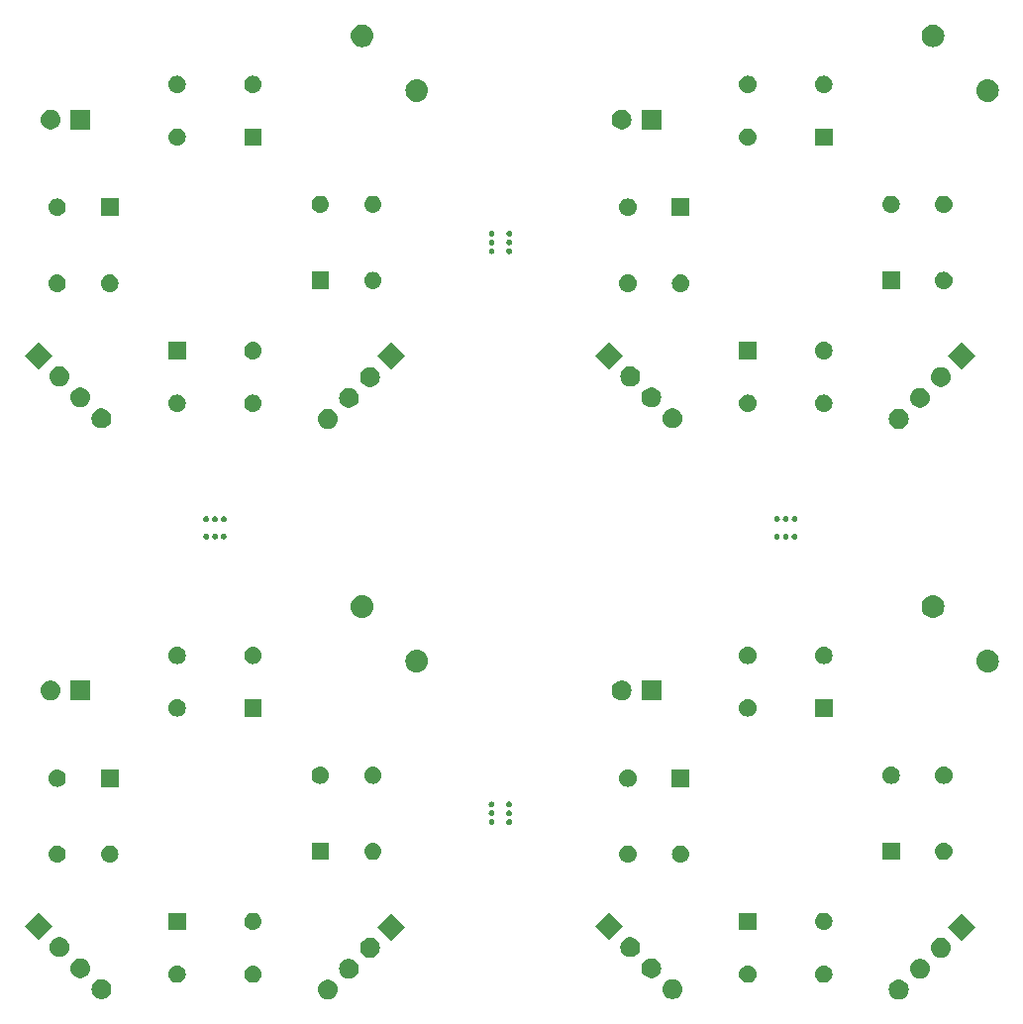
<source format=gbs>
G04 #@! TF.GenerationSoftware,KiCad,Pcbnew,7.0.5*
G04 #@! TF.CreationDate,2023-12-30T15:13:16+10:00*
G04 #@! TF.ProjectId,SimonGame,53696d6f-6e47-4616-9d65-2e6b69636164,rev?*
G04 #@! TF.SameCoordinates,Original*
G04 #@! TF.FileFunction,Soldermask,Bot*
G04 #@! TF.FilePolarity,Negative*
%FSLAX46Y46*%
G04 Gerber Fmt 4.6, Leading zero omitted, Abs format (unit mm)*
G04 Created by KiCad (PCBNEW 7.0.5) date 2023-12-30 15:13:16*
%MOMM*%
%LPD*%
G01*
G04 APERTURE LIST*
G04 APERTURE END LIST*
G36*
X95020561Y-130083705D02*
G01*
X95182897Y-130155981D01*
X95326658Y-130260430D01*
X95445561Y-130392486D01*
X95534411Y-130546377D01*
X95589322Y-130715378D01*
X95607897Y-130892103D01*
X95589322Y-131068828D01*
X95534411Y-131237829D01*
X95445561Y-131391720D01*
X95326658Y-131523776D01*
X95182897Y-131628225D01*
X95020561Y-131700501D01*
X94846746Y-131737447D01*
X94669048Y-131737447D01*
X94495233Y-131700501D01*
X94332897Y-131628225D01*
X94189136Y-131523776D01*
X94070233Y-131391720D01*
X93981383Y-131237829D01*
X93926472Y-131068828D01*
X93907897Y-130892103D01*
X93926472Y-130715378D01*
X93981383Y-130546377D01*
X94070233Y-130392486D01*
X94189136Y-130260430D01*
X94332897Y-130155981D01*
X94495233Y-130083705D01*
X94669048Y-130046759D01*
X94846746Y-130046759D01*
X95020561Y-130083705D01*
G37*
G36*
X143820561Y-130083705D02*
G01*
X143982897Y-130155981D01*
X144126658Y-130260430D01*
X144245561Y-130392486D01*
X144334411Y-130546377D01*
X144389322Y-130715378D01*
X144407897Y-130892103D01*
X144389322Y-131068828D01*
X144334411Y-131237829D01*
X144245561Y-131391720D01*
X144126658Y-131523776D01*
X143982897Y-131628225D01*
X143820561Y-131700501D01*
X143646746Y-131737447D01*
X143469048Y-131737447D01*
X143295233Y-131700501D01*
X143132897Y-131628225D01*
X142989136Y-131523776D01*
X142870233Y-131391720D01*
X142781383Y-131237829D01*
X142726472Y-131068828D01*
X142707897Y-130892103D01*
X142726472Y-130715378D01*
X142781383Y-130546377D01*
X142870233Y-130392486D01*
X142989136Y-130260430D01*
X143132897Y-130155981D01*
X143295233Y-130083705D01*
X143469048Y-130046759D01*
X143646746Y-130046759D01*
X143820561Y-130083705D01*
G37*
G36*
X75658716Y-130037654D02*
G01*
X75821052Y-130109930D01*
X75964813Y-130214379D01*
X76083716Y-130346435D01*
X76172566Y-130500326D01*
X76227477Y-130669327D01*
X76246052Y-130846052D01*
X76227477Y-131022777D01*
X76172566Y-131191778D01*
X76083716Y-131345669D01*
X75964813Y-131477725D01*
X75821052Y-131582174D01*
X75658716Y-131654450D01*
X75484901Y-131691396D01*
X75307203Y-131691396D01*
X75133388Y-131654450D01*
X74971052Y-131582174D01*
X74827291Y-131477725D01*
X74708388Y-131345669D01*
X74619538Y-131191778D01*
X74564627Y-131022777D01*
X74546052Y-130846052D01*
X74564627Y-130669327D01*
X74619538Y-130500326D01*
X74708388Y-130346435D01*
X74827291Y-130214379D01*
X74971052Y-130109930D01*
X75133388Y-130037654D01*
X75307203Y-130000708D01*
X75484901Y-130000708D01*
X75658716Y-130037654D01*
G37*
G36*
X124458716Y-130037654D02*
G01*
X124621052Y-130109930D01*
X124764813Y-130214379D01*
X124883716Y-130346435D01*
X124972566Y-130500326D01*
X125027477Y-130669327D01*
X125046052Y-130846052D01*
X125027477Y-131022777D01*
X124972566Y-131191778D01*
X124883716Y-131345669D01*
X124764813Y-131477725D01*
X124621052Y-131582174D01*
X124458716Y-131654450D01*
X124284901Y-131691396D01*
X124107203Y-131691396D01*
X123933388Y-131654450D01*
X123771052Y-131582174D01*
X123627291Y-131477725D01*
X123508388Y-131345669D01*
X123419538Y-131191778D01*
X123364627Y-131022777D01*
X123346052Y-130846052D01*
X123364627Y-130669327D01*
X123419538Y-130500326D01*
X123508388Y-130346435D01*
X123627291Y-130214379D01*
X123771052Y-130109930D01*
X123933388Y-130037654D01*
X124107203Y-130000708D01*
X124284901Y-130000708D01*
X124458716Y-130037654D01*
G37*
G36*
X82016891Y-128818804D02*
G01*
X82175413Y-128874273D01*
X82317617Y-128963626D01*
X82436374Y-129082383D01*
X82525727Y-129224587D01*
X82581196Y-129383109D01*
X82600000Y-129550000D01*
X82581196Y-129716891D01*
X82525727Y-129875413D01*
X82436374Y-130017617D01*
X82317617Y-130136374D01*
X82175413Y-130225727D01*
X82016891Y-130281196D01*
X81850000Y-130300000D01*
X81683109Y-130281196D01*
X81524587Y-130225727D01*
X81382383Y-130136374D01*
X81263626Y-130017617D01*
X81174273Y-129875413D01*
X81118804Y-129716891D01*
X81100000Y-129550000D01*
X81118804Y-129383109D01*
X81174273Y-129224587D01*
X81263626Y-129082383D01*
X81382383Y-128963626D01*
X81524587Y-128874273D01*
X81683109Y-128818804D01*
X81850000Y-128800000D01*
X82016891Y-128818804D01*
G37*
G36*
X88516891Y-128818804D02*
G01*
X88675413Y-128874273D01*
X88817617Y-128963626D01*
X88936374Y-129082383D01*
X89025727Y-129224587D01*
X89081196Y-129383109D01*
X89100000Y-129550000D01*
X89081196Y-129716891D01*
X89025727Y-129875413D01*
X88936374Y-130017617D01*
X88817617Y-130136374D01*
X88675413Y-130225727D01*
X88516891Y-130281196D01*
X88350000Y-130300000D01*
X88183109Y-130281196D01*
X88024587Y-130225727D01*
X87882383Y-130136374D01*
X87763626Y-130017617D01*
X87674273Y-129875413D01*
X87618804Y-129716891D01*
X87600000Y-129550000D01*
X87618804Y-129383109D01*
X87674273Y-129224587D01*
X87763626Y-129082383D01*
X87882383Y-128963626D01*
X88024587Y-128874273D01*
X88183109Y-128818804D01*
X88350000Y-128800000D01*
X88516891Y-128818804D01*
G37*
G36*
X130816891Y-128818804D02*
G01*
X130975413Y-128874273D01*
X131117617Y-128963626D01*
X131236374Y-129082383D01*
X131325727Y-129224587D01*
X131381196Y-129383109D01*
X131400000Y-129550000D01*
X131381196Y-129716891D01*
X131325727Y-129875413D01*
X131236374Y-130017617D01*
X131117617Y-130136374D01*
X130975413Y-130225727D01*
X130816891Y-130281196D01*
X130650000Y-130300000D01*
X130483109Y-130281196D01*
X130324587Y-130225727D01*
X130182383Y-130136374D01*
X130063626Y-130017617D01*
X129974273Y-129875413D01*
X129918804Y-129716891D01*
X129900000Y-129550000D01*
X129918804Y-129383109D01*
X129974273Y-129224587D01*
X130063626Y-129082383D01*
X130182383Y-128963626D01*
X130324587Y-128874273D01*
X130483109Y-128818804D01*
X130650000Y-128800000D01*
X130816891Y-128818804D01*
G37*
G36*
X137316891Y-128818804D02*
G01*
X137475413Y-128874273D01*
X137617617Y-128963626D01*
X137736374Y-129082383D01*
X137825727Y-129224587D01*
X137881196Y-129383109D01*
X137900000Y-129550000D01*
X137881196Y-129716891D01*
X137825727Y-129875413D01*
X137736374Y-130017617D01*
X137617617Y-130136374D01*
X137475413Y-130225727D01*
X137316891Y-130281196D01*
X137150000Y-130300000D01*
X136983109Y-130281196D01*
X136824587Y-130225727D01*
X136682383Y-130136374D01*
X136563626Y-130017617D01*
X136474273Y-129875413D01*
X136418804Y-129716891D01*
X136400000Y-129550000D01*
X136418804Y-129383109D01*
X136474273Y-129224587D01*
X136563626Y-129082383D01*
X136682383Y-128963626D01*
X136824587Y-128874273D01*
X136983109Y-128818804D01*
X137150000Y-128800000D01*
X137316891Y-128818804D01*
G37*
G36*
X96816613Y-128287653D02*
G01*
X96978949Y-128359929D01*
X97122710Y-128464378D01*
X97241613Y-128596434D01*
X97330463Y-128750325D01*
X97385374Y-128919326D01*
X97403949Y-129096051D01*
X97385374Y-129272776D01*
X97330463Y-129441777D01*
X97241613Y-129595668D01*
X97122710Y-129727724D01*
X96978949Y-129832173D01*
X96816613Y-129904449D01*
X96642798Y-129941395D01*
X96465100Y-129941395D01*
X96291285Y-129904449D01*
X96128949Y-129832173D01*
X95985188Y-129727724D01*
X95866285Y-129595668D01*
X95777435Y-129441777D01*
X95722524Y-129272776D01*
X95703949Y-129096051D01*
X95722524Y-128919326D01*
X95777435Y-128750325D01*
X95866285Y-128596434D01*
X95985188Y-128464378D01*
X96128949Y-128359929D01*
X96291285Y-128287653D01*
X96465100Y-128250707D01*
X96642798Y-128250707D01*
X96816613Y-128287653D01*
G37*
G36*
X145616613Y-128287653D02*
G01*
X145778949Y-128359929D01*
X145922710Y-128464378D01*
X146041613Y-128596434D01*
X146130463Y-128750325D01*
X146185374Y-128919326D01*
X146203949Y-129096051D01*
X146185374Y-129272776D01*
X146130463Y-129441777D01*
X146041613Y-129595668D01*
X145922710Y-129727724D01*
X145778949Y-129832173D01*
X145616613Y-129904449D01*
X145442798Y-129941395D01*
X145265100Y-129941395D01*
X145091285Y-129904449D01*
X144928949Y-129832173D01*
X144785188Y-129727724D01*
X144666285Y-129595668D01*
X144577435Y-129441777D01*
X144522524Y-129272776D01*
X144503949Y-129096051D01*
X144522524Y-128919326D01*
X144577435Y-128750325D01*
X144666285Y-128596434D01*
X144785188Y-128464378D01*
X144928949Y-128359929D01*
X145091285Y-128287653D01*
X145265100Y-128250707D01*
X145442798Y-128250707D01*
X145616613Y-128287653D01*
G37*
G36*
X73862664Y-128241602D02*
G01*
X74025000Y-128313878D01*
X74168761Y-128418327D01*
X74287664Y-128550383D01*
X74376514Y-128704274D01*
X74431425Y-128873275D01*
X74450000Y-129050000D01*
X74431425Y-129226725D01*
X74376514Y-129395726D01*
X74287664Y-129549617D01*
X74168761Y-129681673D01*
X74025000Y-129786122D01*
X73862664Y-129858398D01*
X73688849Y-129895344D01*
X73511151Y-129895344D01*
X73337336Y-129858398D01*
X73175000Y-129786122D01*
X73031239Y-129681673D01*
X72912336Y-129549617D01*
X72823486Y-129395726D01*
X72768575Y-129226725D01*
X72750000Y-129050000D01*
X72768575Y-128873275D01*
X72823486Y-128704274D01*
X72912336Y-128550383D01*
X73031239Y-128418327D01*
X73175000Y-128313878D01*
X73337336Y-128241602D01*
X73511151Y-128204656D01*
X73688849Y-128204656D01*
X73862664Y-128241602D01*
G37*
G36*
X122662664Y-128241602D02*
G01*
X122825000Y-128313878D01*
X122968761Y-128418327D01*
X123087664Y-128550383D01*
X123176514Y-128704274D01*
X123231425Y-128873275D01*
X123250000Y-129050000D01*
X123231425Y-129226725D01*
X123176514Y-129395726D01*
X123087664Y-129549617D01*
X122968761Y-129681673D01*
X122825000Y-129786122D01*
X122662664Y-129858398D01*
X122488849Y-129895344D01*
X122311151Y-129895344D01*
X122137336Y-129858398D01*
X121975000Y-129786122D01*
X121831239Y-129681673D01*
X121712336Y-129549617D01*
X121623486Y-129395726D01*
X121568575Y-129226725D01*
X121550000Y-129050000D01*
X121568575Y-128873275D01*
X121623486Y-128704274D01*
X121712336Y-128550383D01*
X121831239Y-128418327D01*
X121975000Y-128313878D01*
X122137336Y-128241602D01*
X122311151Y-128204656D01*
X122488849Y-128204656D01*
X122662664Y-128241602D01*
G37*
G36*
X98612664Y-126491602D02*
G01*
X98775000Y-126563878D01*
X98918761Y-126668327D01*
X99037664Y-126800383D01*
X99126514Y-126954274D01*
X99181425Y-127123275D01*
X99200000Y-127300000D01*
X99181425Y-127476725D01*
X99126514Y-127645726D01*
X99037664Y-127799617D01*
X98918761Y-127931673D01*
X98775000Y-128036122D01*
X98612664Y-128108398D01*
X98438849Y-128145344D01*
X98261151Y-128145344D01*
X98087336Y-128108398D01*
X97925000Y-128036122D01*
X97781239Y-127931673D01*
X97662336Y-127799617D01*
X97573486Y-127645726D01*
X97518575Y-127476725D01*
X97500000Y-127300000D01*
X97518575Y-127123275D01*
X97573486Y-126954274D01*
X97662336Y-126800383D01*
X97781239Y-126668327D01*
X97925000Y-126563878D01*
X98087336Y-126491602D01*
X98261151Y-126454656D01*
X98438849Y-126454656D01*
X98612664Y-126491602D01*
G37*
G36*
X147412664Y-126491602D02*
G01*
X147575000Y-126563878D01*
X147718761Y-126668327D01*
X147837664Y-126800383D01*
X147926514Y-126954274D01*
X147981425Y-127123275D01*
X148000000Y-127300000D01*
X147981425Y-127476725D01*
X147926514Y-127645726D01*
X147837664Y-127799617D01*
X147718761Y-127931673D01*
X147575000Y-128036122D01*
X147412664Y-128108398D01*
X147238849Y-128145344D01*
X147061151Y-128145344D01*
X146887336Y-128108398D01*
X146725000Y-128036122D01*
X146581239Y-127931673D01*
X146462336Y-127799617D01*
X146373486Y-127645726D01*
X146318575Y-127476725D01*
X146300000Y-127300000D01*
X146318575Y-127123275D01*
X146373486Y-126954274D01*
X146462336Y-126800383D01*
X146581239Y-126668327D01*
X146725000Y-126563878D01*
X146887336Y-126491602D01*
X147061151Y-126454656D01*
X147238849Y-126454656D01*
X147412664Y-126491602D01*
G37*
G36*
X72066613Y-126445551D02*
G01*
X72228949Y-126517827D01*
X72372710Y-126622276D01*
X72491613Y-126754332D01*
X72580463Y-126908223D01*
X72635374Y-127077224D01*
X72653949Y-127253949D01*
X72635374Y-127430674D01*
X72580463Y-127599675D01*
X72491613Y-127753566D01*
X72372710Y-127885622D01*
X72228949Y-127990071D01*
X72066613Y-128062347D01*
X71892798Y-128099293D01*
X71715100Y-128099293D01*
X71541285Y-128062347D01*
X71378949Y-127990071D01*
X71235188Y-127885622D01*
X71116285Y-127753566D01*
X71027435Y-127599675D01*
X70972524Y-127430674D01*
X70953949Y-127253949D01*
X70972524Y-127077224D01*
X71027435Y-126908223D01*
X71116285Y-126754332D01*
X71235188Y-126622276D01*
X71378949Y-126517827D01*
X71541285Y-126445551D01*
X71715100Y-126408605D01*
X71892798Y-126408605D01*
X72066613Y-126445551D01*
G37*
G36*
X120866613Y-126445551D02*
G01*
X121028949Y-126517827D01*
X121172710Y-126622276D01*
X121291613Y-126754332D01*
X121380463Y-126908223D01*
X121435374Y-127077224D01*
X121453949Y-127253949D01*
X121435374Y-127430674D01*
X121380463Y-127599675D01*
X121291613Y-127753566D01*
X121172710Y-127885622D01*
X121028949Y-127990071D01*
X120866613Y-128062347D01*
X120692798Y-128099293D01*
X120515100Y-128099293D01*
X120341285Y-128062347D01*
X120178949Y-127990071D01*
X120035188Y-127885622D01*
X119916285Y-127753566D01*
X119827435Y-127599675D01*
X119772524Y-127430674D01*
X119753949Y-127253949D01*
X119772524Y-127077224D01*
X119827435Y-126908223D01*
X119916285Y-126754332D01*
X120035188Y-126622276D01*
X120178949Y-126517827D01*
X120341285Y-126445551D01*
X120515100Y-126408605D01*
X120692798Y-126408605D01*
X120866613Y-126445551D01*
G37*
G36*
X101348133Y-125503949D02*
G01*
X100146051Y-126706031D01*
X98943969Y-125503949D01*
X100146051Y-124301867D01*
X101348133Y-125503949D01*
G37*
G36*
X150148133Y-125503949D02*
G01*
X148946051Y-126706031D01*
X147743969Y-125503949D01*
X148946051Y-124301867D01*
X150148133Y-125503949D01*
G37*
G36*
X71209980Y-125457898D02*
G01*
X70007898Y-126659980D01*
X68805816Y-125457898D01*
X70007898Y-124255816D01*
X71209980Y-125457898D01*
G37*
G36*
X120009980Y-125457898D02*
G01*
X118807898Y-126659980D01*
X117605816Y-125457898D01*
X118807898Y-124255816D01*
X120009980Y-125457898D01*
G37*
G36*
X82600000Y-125800000D02*
G01*
X81100000Y-125800000D01*
X81100000Y-124300000D01*
X82600000Y-124300000D01*
X82600000Y-125800000D01*
G37*
G36*
X88516891Y-124318804D02*
G01*
X88675413Y-124374273D01*
X88817617Y-124463626D01*
X88936374Y-124582383D01*
X89025727Y-124724587D01*
X89081196Y-124883109D01*
X89100000Y-125050000D01*
X89081196Y-125216891D01*
X89025727Y-125375413D01*
X88936374Y-125517617D01*
X88817617Y-125636374D01*
X88675413Y-125725727D01*
X88516891Y-125781196D01*
X88350000Y-125800000D01*
X88183109Y-125781196D01*
X88024587Y-125725727D01*
X87882383Y-125636374D01*
X87763626Y-125517617D01*
X87674273Y-125375413D01*
X87618804Y-125216891D01*
X87600000Y-125050000D01*
X87618804Y-124883109D01*
X87674273Y-124724587D01*
X87763626Y-124582383D01*
X87882383Y-124463626D01*
X88024587Y-124374273D01*
X88183109Y-124318804D01*
X88350000Y-124300000D01*
X88516891Y-124318804D01*
G37*
G36*
X131400000Y-125800000D02*
G01*
X129900000Y-125800000D01*
X129900000Y-124300000D01*
X131400000Y-124300000D01*
X131400000Y-125800000D01*
G37*
G36*
X137316891Y-124318804D02*
G01*
X137475413Y-124374273D01*
X137617617Y-124463626D01*
X137736374Y-124582383D01*
X137825727Y-124724587D01*
X137881196Y-124883109D01*
X137900000Y-125050000D01*
X137881196Y-125216891D01*
X137825727Y-125375413D01*
X137736374Y-125517617D01*
X137617617Y-125636374D01*
X137475413Y-125725727D01*
X137316891Y-125781196D01*
X137150000Y-125800000D01*
X136983109Y-125781196D01*
X136824587Y-125725727D01*
X136682383Y-125636374D01*
X136563626Y-125517617D01*
X136474273Y-125375413D01*
X136418804Y-125216891D01*
X136400000Y-125050000D01*
X136418804Y-124883109D01*
X136474273Y-124724587D01*
X136563626Y-124582383D01*
X136682383Y-124463626D01*
X136824587Y-124374273D01*
X136983109Y-124318804D01*
X137150000Y-124300000D01*
X137316891Y-124318804D01*
G37*
G36*
X71766891Y-118568804D02*
G01*
X71925413Y-118624273D01*
X72067617Y-118713626D01*
X72186374Y-118832383D01*
X72275727Y-118974587D01*
X72331196Y-119133109D01*
X72350000Y-119300000D01*
X72331196Y-119466891D01*
X72275727Y-119625413D01*
X72186374Y-119767617D01*
X72067617Y-119886374D01*
X71925413Y-119975727D01*
X71766891Y-120031196D01*
X71600000Y-120050000D01*
X71433109Y-120031196D01*
X71274587Y-119975727D01*
X71132383Y-119886374D01*
X71013626Y-119767617D01*
X70924273Y-119625413D01*
X70868804Y-119466891D01*
X70850000Y-119300000D01*
X70868804Y-119133109D01*
X70924273Y-118974587D01*
X71013626Y-118832383D01*
X71132383Y-118713626D01*
X71274587Y-118624273D01*
X71433109Y-118568804D01*
X71600000Y-118550000D01*
X71766891Y-118568804D01*
G37*
G36*
X76266891Y-118568804D02*
G01*
X76425413Y-118624273D01*
X76567617Y-118713626D01*
X76686374Y-118832383D01*
X76775727Y-118974587D01*
X76831196Y-119133109D01*
X76850000Y-119300000D01*
X76831196Y-119466891D01*
X76775727Y-119625413D01*
X76686374Y-119767617D01*
X76567617Y-119886374D01*
X76425413Y-119975727D01*
X76266891Y-120031196D01*
X76100000Y-120050000D01*
X75933109Y-120031196D01*
X75774587Y-119975727D01*
X75632383Y-119886374D01*
X75513626Y-119767617D01*
X75424273Y-119625413D01*
X75368804Y-119466891D01*
X75350000Y-119300000D01*
X75368804Y-119133109D01*
X75424273Y-118974587D01*
X75513626Y-118832383D01*
X75632383Y-118713626D01*
X75774587Y-118624273D01*
X75933109Y-118568804D01*
X76100000Y-118550000D01*
X76266891Y-118568804D01*
G37*
G36*
X120566891Y-118568804D02*
G01*
X120725413Y-118624273D01*
X120867617Y-118713626D01*
X120986374Y-118832383D01*
X121075727Y-118974587D01*
X121131196Y-119133109D01*
X121150000Y-119300000D01*
X121131196Y-119466891D01*
X121075727Y-119625413D01*
X120986374Y-119767617D01*
X120867617Y-119886374D01*
X120725413Y-119975727D01*
X120566891Y-120031196D01*
X120400000Y-120050000D01*
X120233109Y-120031196D01*
X120074587Y-119975727D01*
X119932383Y-119886374D01*
X119813626Y-119767617D01*
X119724273Y-119625413D01*
X119668804Y-119466891D01*
X119650000Y-119300000D01*
X119668804Y-119133109D01*
X119724273Y-118974587D01*
X119813626Y-118832383D01*
X119932383Y-118713626D01*
X120074587Y-118624273D01*
X120233109Y-118568804D01*
X120400000Y-118550000D01*
X120566891Y-118568804D01*
G37*
G36*
X125066891Y-118568804D02*
G01*
X125225413Y-118624273D01*
X125367617Y-118713626D01*
X125486374Y-118832383D01*
X125575727Y-118974587D01*
X125631196Y-119133109D01*
X125650000Y-119300000D01*
X125631196Y-119466891D01*
X125575727Y-119625413D01*
X125486374Y-119767617D01*
X125367617Y-119886374D01*
X125225413Y-119975727D01*
X125066891Y-120031196D01*
X124900000Y-120050000D01*
X124733109Y-120031196D01*
X124574587Y-119975727D01*
X124432383Y-119886374D01*
X124313626Y-119767617D01*
X124224273Y-119625413D01*
X124168804Y-119466891D01*
X124150000Y-119300000D01*
X124168804Y-119133109D01*
X124224273Y-118974587D01*
X124313626Y-118832383D01*
X124432383Y-118713626D01*
X124574587Y-118624273D01*
X124733109Y-118568804D01*
X124900000Y-118550000D01*
X125066891Y-118568804D01*
G37*
G36*
X94850000Y-119800000D02*
G01*
X93350000Y-119800000D01*
X93350000Y-118300000D01*
X94850000Y-118300000D01*
X94850000Y-119800000D01*
G37*
G36*
X98766891Y-118318804D02*
G01*
X98925413Y-118374273D01*
X99067617Y-118463626D01*
X99186374Y-118582383D01*
X99275727Y-118724587D01*
X99331196Y-118883109D01*
X99350000Y-119050000D01*
X99331196Y-119216891D01*
X99275727Y-119375413D01*
X99186374Y-119517617D01*
X99067617Y-119636374D01*
X98925413Y-119725727D01*
X98766891Y-119781196D01*
X98600000Y-119800000D01*
X98433109Y-119781196D01*
X98274587Y-119725727D01*
X98132383Y-119636374D01*
X98013626Y-119517617D01*
X97924273Y-119375413D01*
X97868804Y-119216891D01*
X97850000Y-119050000D01*
X97868804Y-118883109D01*
X97924273Y-118724587D01*
X98013626Y-118582383D01*
X98132383Y-118463626D01*
X98274587Y-118374273D01*
X98433109Y-118318804D01*
X98600000Y-118300000D01*
X98766891Y-118318804D01*
G37*
G36*
X143650000Y-119800000D02*
G01*
X142150000Y-119800000D01*
X142150000Y-118300000D01*
X143650000Y-118300000D01*
X143650000Y-119800000D01*
G37*
G36*
X147566891Y-118318804D02*
G01*
X147725413Y-118374273D01*
X147867617Y-118463626D01*
X147986374Y-118582383D01*
X148075727Y-118724587D01*
X148131196Y-118883109D01*
X148150000Y-119050000D01*
X148131196Y-119216891D01*
X148075727Y-119375413D01*
X147986374Y-119517617D01*
X147867617Y-119636374D01*
X147725413Y-119725727D01*
X147566891Y-119781196D01*
X147400000Y-119800000D01*
X147233109Y-119781196D01*
X147074587Y-119725727D01*
X146932383Y-119636374D01*
X146813626Y-119517617D01*
X146724273Y-119375413D01*
X146668804Y-119216891D01*
X146650000Y-119050000D01*
X146668804Y-118883109D01*
X146724273Y-118724587D01*
X146813626Y-118582383D01*
X146932383Y-118463626D01*
X147074587Y-118374273D01*
X147233109Y-118318804D01*
X147400000Y-118300000D01*
X147566891Y-118318804D01*
G37*
G36*
X108773679Y-116304710D02*
G01*
X108793251Y-116304710D01*
X108816838Y-116313294D01*
X108845671Y-116319030D01*
X108861314Y-116329482D01*
X108874537Y-116334295D01*
X108898071Y-116354042D01*
X108926777Y-116373223D01*
X108934239Y-116384390D01*
X108940801Y-116389897D01*
X108959127Y-116421639D01*
X108980970Y-116454329D01*
X108982530Y-116462173D01*
X108984053Y-116464811D01*
X108991840Y-116508980D01*
X109000000Y-116550000D01*
X108991838Y-116591030D01*
X108984053Y-116635188D01*
X108982530Y-116637824D01*
X108980970Y-116645671D01*
X108959123Y-116678366D01*
X108940801Y-116710102D01*
X108934240Y-116715606D01*
X108926777Y-116726777D01*
X108898065Y-116745961D01*
X108874537Y-116765704D01*
X108861316Y-116770515D01*
X108845671Y-116780970D01*
X108816836Y-116786705D01*
X108793251Y-116795290D01*
X108773679Y-116795290D01*
X108750000Y-116800000D01*
X108726321Y-116795290D01*
X108706749Y-116795290D01*
X108683162Y-116786705D01*
X108654329Y-116780970D01*
X108638684Y-116770516D01*
X108625462Y-116765704D01*
X108601929Y-116745958D01*
X108573223Y-116726777D01*
X108565760Y-116715608D01*
X108559198Y-116710102D01*
X108540869Y-116678355D01*
X108519030Y-116645671D01*
X108517469Y-116637827D01*
X108515946Y-116635188D01*
X108508152Y-116590986D01*
X108500000Y-116550000D01*
X108508150Y-116509025D01*
X108515946Y-116464811D01*
X108517470Y-116462171D01*
X108519030Y-116454329D01*
X108540864Y-116421651D01*
X108559199Y-116389895D01*
X108565763Y-116384386D01*
X108573223Y-116373223D01*
X108601922Y-116354046D01*
X108625461Y-116334296D01*
X108638684Y-116329483D01*
X108654329Y-116319030D01*
X108683163Y-116313294D01*
X108706750Y-116304710D01*
X108726321Y-116304710D01*
X108750000Y-116300000D01*
X108773679Y-116304710D01*
G37*
G36*
X110273679Y-116304710D02*
G01*
X110293251Y-116304710D01*
X110316838Y-116313294D01*
X110345671Y-116319030D01*
X110361314Y-116329482D01*
X110374537Y-116334295D01*
X110398071Y-116354042D01*
X110426777Y-116373223D01*
X110434239Y-116384390D01*
X110440801Y-116389897D01*
X110459127Y-116421639D01*
X110480970Y-116454329D01*
X110482530Y-116462173D01*
X110484053Y-116464811D01*
X110491840Y-116508976D01*
X110500000Y-116550000D01*
X110491839Y-116591026D01*
X110484053Y-116635188D01*
X110482530Y-116637824D01*
X110480970Y-116645671D01*
X110459123Y-116678366D01*
X110440801Y-116710102D01*
X110434240Y-116715606D01*
X110426777Y-116726777D01*
X110398065Y-116745961D01*
X110374537Y-116765704D01*
X110361316Y-116770515D01*
X110345671Y-116780970D01*
X110316836Y-116786705D01*
X110293251Y-116795290D01*
X110273679Y-116795290D01*
X110250000Y-116800000D01*
X110226321Y-116795290D01*
X110206749Y-116795290D01*
X110183162Y-116786705D01*
X110154329Y-116780970D01*
X110138684Y-116770516D01*
X110125462Y-116765704D01*
X110101929Y-116745958D01*
X110073223Y-116726777D01*
X110065760Y-116715608D01*
X110059198Y-116710102D01*
X110040869Y-116678355D01*
X110019030Y-116645671D01*
X110017469Y-116637827D01*
X110015946Y-116635188D01*
X110008151Y-116590982D01*
X110000000Y-116550000D01*
X110008151Y-116509021D01*
X110015946Y-116464811D01*
X110017470Y-116462171D01*
X110019030Y-116454329D01*
X110040864Y-116421651D01*
X110059199Y-116389895D01*
X110065763Y-116384386D01*
X110073223Y-116373223D01*
X110101922Y-116354046D01*
X110125461Y-116334296D01*
X110138684Y-116329483D01*
X110154329Y-116319030D01*
X110183163Y-116313294D01*
X110206750Y-116304710D01*
X110226321Y-116304710D01*
X110250000Y-116300000D01*
X110273679Y-116304710D01*
G37*
G36*
X108773679Y-115554710D02*
G01*
X108793251Y-115554710D01*
X108816838Y-115563294D01*
X108845671Y-115569030D01*
X108861314Y-115579482D01*
X108874537Y-115584295D01*
X108898071Y-115604042D01*
X108926777Y-115623223D01*
X108934239Y-115634390D01*
X108940801Y-115639897D01*
X108959127Y-115671639D01*
X108980970Y-115704329D01*
X108982530Y-115712173D01*
X108984053Y-115714811D01*
X108991840Y-115758980D01*
X109000000Y-115800000D01*
X108991838Y-115841030D01*
X108984053Y-115885188D01*
X108982530Y-115887824D01*
X108980970Y-115895671D01*
X108959123Y-115928366D01*
X108940801Y-115960102D01*
X108934240Y-115965606D01*
X108926777Y-115976777D01*
X108898065Y-115995961D01*
X108874537Y-116015704D01*
X108861316Y-116020515D01*
X108845671Y-116030970D01*
X108816836Y-116036705D01*
X108793251Y-116045290D01*
X108773679Y-116045290D01*
X108750000Y-116050000D01*
X108726321Y-116045290D01*
X108706749Y-116045290D01*
X108683162Y-116036705D01*
X108654329Y-116030970D01*
X108638684Y-116020516D01*
X108625462Y-116015704D01*
X108601929Y-115995958D01*
X108573223Y-115976777D01*
X108565760Y-115965608D01*
X108559198Y-115960102D01*
X108540869Y-115928355D01*
X108519030Y-115895671D01*
X108517469Y-115887827D01*
X108515946Y-115885188D01*
X108508151Y-115840982D01*
X108500000Y-115800000D01*
X108508151Y-115759021D01*
X108515946Y-115714811D01*
X108517470Y-115712171D01*
X108519030Y-115704329D01*
X108540864Y-115671651D01*
X108559199Y-115639895D01*
X108565763Y-115634386D01*
X108573223Y-115623223D01*
X108601922Y-115604046D01*
X108625461Y-115584296D01*
X108638684Y-115579483D01*
X108654329Y-115569030D01*
X108683163Y-115563294D01*
X108706750Y-115554710D01*
X108726321Y-115554710D01*
X108750000Y-115550000D01*
X108773679Y-115554710D01*
G37*
G36*
X110273679Y-115554710D02*
G01*
X110293251Y-115554710D01*
X110316838Y-115563294D01*
X110345671Y-115569030D01*
X110361314Y-115579482D01*
X110374537Y-115584295D01*
X110398071Y-115604042D01*
X110426777Y-115623223D01*
X110434239Y-115634390D01*
X110440801Y-115639897D01*
X110459127Y-115671639D01*
X110480970Y-115704329D01*
X110482530Y-115712173D01*
X110484053Y-115714811D01*
X110491840Y-115758976D01*
X110500000Y-115800000D01*
X110491839Y-115841026D01*
X110484053Y-115885188D01*
X110482530Y-115887824D01*
X110480970Y-115895671D01*
X110459123Y-115928366D01*
X110440801Y-115960102D01*
X110434240Y-115965606D01*
X110426777Y-115976777D01*
X110398065Y-115995961D01*
X110374537Y-116015704D01*
X110361316Y-116020515D01*
X110345671Y-116030970D01*
X110316836Y-116036705D01*
X110293251Y-116045290D01*
X110273679Y-116045290D01*
X110250000Y-116050000D01*
X110226321Y-116045290D01*
X110206749Y-116045290D01*
X110183162Y-116036705D01*
X110154329Y-116030970D01*
X110138684Y-116020516D01*
X110125462Y-116015704D01*
X110101929Y-115995958D01*
X110073223Y-115976777D01*
X110065760Y-115965608D01*
X110059198Y-115960102D01*
X110040869Y-115928355D01*
X110019030Y-115895671D01*
X110017469Y-115887827D01*
X110015946Y-115885188D01*
X110008151Y-115840982D01*
X110000000Y-115800000D01*
X110008151Y-115759021D01*
X110015946Y-115714811D01*
X110017470Y-115712171D01*
X110019030Y-115704329D01*
X110040864Y-115671651D01*
X110059199Y-115639895D01*
X110065763Y-115634386D01*
X110073223Y-115623223D01*
X110101922Y-115604046D01*
X110125461Y-115584296D01*
X110138684Y-115579483D01*
X110154329Y-115569030D01*
X110183163Y-115563294D01*
X110206750Y-115554710D01*
X110226321Y-115554710D01*
X110250000Y-115550000D01*
X110273679Y-115554710D01*
G37*
G36*
X108773679Y-114804710D02*
G01*
X108793251Y-114804710D01*
X108816838Y-114813294D01*
X108845671Y-114819030D01*
X108861314Y-114829482D01*
X108874537Y-114834295D01*
X108898071Y-114854042D01*
X108926777Y-114873223D01*
X108934239Y-114884390D01*
X108940801Y-114889897D01*
X108959127Y-114921639D01*
X108980970Y-114954329D01*
X108982530Y-114962173D01*
X108984053Y-114964811D01*
X108991840Y-115008980D01*
X109000000Y-115050000D01*
X108991838Y-115091030D01*
X108984053Y-115135188D01*
X108982530Y-115137824D01*
X108980970Y-115145671D01*
X108959123Y-115178366D01*
X108940801Y-115210102D01*
X108934240Y-115215606D01*
X108926777Y-115226777D01*
X108898065Y-115245961D01*
X108874537Y-115265704D01*
X108861316Y-115270515D01*
X108845671Y-115280970D01*
X108816836Y-115286705D01*
X108793251Y-115295290D01*
X108773679Y-115295290D01*
X108750000Y-115300000D01*
X108726321Y-115295290D01*
X108706749Y-115295290D01*
X108683162Y-115286705D01*
X108654329Y-115280970D01*
X108638684Y-115270516D01*
X108625462Y-115265704D01*
X108601929Y-115245958D01*
X108573223Y-115226777D01*
X108565760Y-115215608D01*
X108559198Y-115210102D01*
X108540869Y-115178355D01*
X108519030Y-115145671D01*
X108517469Y-115137827D01*
X108515946Y-115135188D01*
X108508152Y-115090986D01*
X108500000Y-115050000D01*
X108508150Y-115009025D01*
X108515946Y-114964811D01*
X108517470Y-114962171D01*
X108519030Y-114954329D01*
X108540864Y-114921651D01*
X108559199Y-114889895D01*
X108565763Y-114884386D01*
X108573223Y-114873223D01*
X108601922Y-114854046D01*
X108625461Y-114834296D01*
X108638684Y-114829483D01*
X108654329Y-114819030D01*
X108683163Y-114813294D01*
X108706750Y-114804710D01*
X108726321Y-114804710D01*
X108750000Y-114800000D01*
X108773679Y-114804710D01*
G37*
G36*
X110273679Y-114804710D02*
G01*
X110293251Y-114804710D01*
X110316838Y-114813294D01*
X110345671Y-114819030D01*
X110361314Y-114829482D01*
X110374537Y-114834295D01*
X110398071Y-114854042D01*
X110426777Y-114873223D01*
X110434239Y-114884390D01*
X110440801Y-114889897D01*
X110459127Y-114921639D01*
X110480970Y-114954329D01*
X110482530Y-114962173D01*
X110484053Y-114964811D01*
X110491840Y-115008976D01*
X110500000Y-115050000D01*
X110491839Y-115091026D01*
X110484053Y-115135188D01*
X110482530Y-115137824D01*
X110480970Y-115145671D01*
X110459123Y-115178366D01*
X110440801Y-115210102D01*
X110434240Y-115215606D01*
X110426777Y-115226777D01*
X110398065Y-115245961D01*
X110374537Y-115265704D01*
X110361316Y-115270515D01*
X110345671Y-115280970D01*
X110316836Y-115286705D01*
X110293251Y-115295290D01*
X110273679Y-115295290D01*
X110250000Y-115300000D01*
X110226321Y-115295290D01*
X110206749Y-115295290D01*
X110183162Y-115286705D01*
X110154329Y-115280970D01*
X110138684Y-115270516D01*
X110125462Y-115265704D01*
X110101929Y-115245958D01*
X110073223Y-115226777D01*
X110065760Y-115215608D01*
X110059198Y-115210102D01*
X110040869Y-115178355D01*
X110019030Y-115145671D01*
X110017469Y-115137827D01*
X110015946Y-115135188D01*
X110008151Y-115090982D01*
X110000000Y-115050000D01*
X110008151Y-115009021D01*
X110015946Y-114964811D01*
X110017470Y-114962171D01*
X110019030Y-114954329D01*
X110040864Y-114921651D01*
X110059199Y-114889895D01*
X110065763Y-114884386D01*
X110073223Y-114873223D01*
X110101922Y-114854046D01*
X110125461Y-114834296D01*
X110138684Y-114829483D01*
X110154329Y-114819030D01*
X110183163Y-114813294D01*
X110206750Y-114804710D01*
X110226321Y-114804710D01*
X110250000Y-114800000D01*
X110273679Y-114804710D01*
G37*
G36*
X71766891Y-112068804D02*
G01*
X71925413Y-112124273D01*
X72067617Y-112213626D01*
X72186374Y-112332383D01*
X72275727Y-112474587D01*
X72331196Y-112633109D01*
X72350000Y-112800000D01*
X72331196Y-112966891D01*
X72275727Y-113125413D01*
X72186374Y-113267617D01*
X72067617Y-113386374D01*
X71925413Y-113475727D01*
X71766891Y-113531196D01*
X71600000Y-113550000D01*
X71433109Y-113531196D01*
X71274587Y-113475727D01*
X71132383Y-113386374D01*
X71013626Y-113267617D01*
X70924273Y-113125413D01*
X70868804Y-112966891D01*
X70850000Y-112800000D01*
X70868804Y-112633109D01*
X70924273Y-112474587D01*
X71013626Y-112332383D01*
X71132383Y-112213626D01*
X71274587Y-112124273D01*
X71433109Y-112068804D01*
X71600000Y-112050000D01*
X71766891Y-112068804D01*
G37*
G36*
X76850000Y-113550000D02*
G01*
X75350000Y-113550000D01*
X75350000Y-112050000D01*
X76850000Y-112050000D01*
X76850000Y-113550000D01*
G37*
G36*
X120566891Y-112068804D02*
G01*
X120725413Y-112124273D01*
X120867617Y-112213626D01*
X120986374Y-112332383D01*
X121075727Y-112474587D01*
X121131196Y-112633109D01*
X121150000Y-112800000D01*
X121131196Y-112966891D01*
X121075727Y-113125413D01*
X120986374Y-113267617D01*
X120867617Y-113386374D01*
X120725413Y-113475727D01*
X120566891Y-113531196D01*
X120400000Y-113550000D01*
X120233109Y-113531196D01*
X120074587Y-113475727D01*
X119932383Y-113386374D01*
X119813626Y-113267617D01*
X119724273Y-113125413D01*
X119668804Y-112966891D01*
X119650000Y-112800000D01*
X119668804Y-112633109D01*
X119724273Y-112474587D01*
X119813626Y-112332383D01*
X119932383Y-112213626D01*
X120074587Y-112124273D01*
X120233109Y-112068804D01*
X120400000Y-112050000D01*
X120566891Y-112068804D01*
G37*
G36*
X125650000Y-113550000D02*
G01*
X124150000Y-113550000D01*
X124150000Y-112050000D01*
X125650000Y-112050000D01*
X125650000Y-113550000D01*
G37*
G36*
X94266891Y-111818804D02*
G01*
X94425413Y-111874273D01*
X94567617Y-111963626D01*
X94686374Y-112082383D01*
X94775727Y-112224587D01*
X94831196Y-112383109D01*
X94850000Y-112550000D01*
X94831196Y-112716891D01*
X94775727Y-112875413D01*
X94686374Y-113017617D01*
X94567617Y-113136374D01*
X94425413Y-113225727D01*
X94266891Y-113281196D01*
X94100000Y-113300000D01*
X93933109Y-113281196D01*
X93774587Y-113225727D01*
X93632383Y-113136374D01*
X93513626Y-113017617D01*
X93424273Y-112875413D01*
X93368804Y-112716891D01*
X93350000Y-112550000D01*
X93368804Y-112383109D01*
X93424273Y-112224587D01*
X93513626Y-112082383D01*
X93632383Y-111963626D01*
X93774587Y-111874273D01*
X93933109Y-111818804D01*
X94100000Y-111800000D01*
X94266891Y-111818804D01*
G37*
G36*
X98766891Y-111818804D02*
G01*
X98925413Y-111874273D01*
X99067617Y-111963626D01*
X99186374Y-112082383D01*
X99275727Y-112224587D01*
X99331196Y-112383109D01*
X99350000Y-112550000D01*
X99331196Y-112716891D01*
X99275727Y-112875413D01*
X99186374Y-113017617D01*
X99067617Y-113136374D01*
X98925413Y-113225727D01*
X98766891Y-113281196D01*
X98600000Y-113300000D01*
X98433109Y-113281196D01*
X98274587Y-113225727D01*
X98132383Y-113136374D01*
X98013626Y-113017617D01*
X97924273Y-112875413D01*
X97868804Y-112716891D01*
X97850000Y-112550000D01*
X97868804Y-112383109D01*
X97924273Y-112224587D01*
X98013626Y-112082383D01*
X98132383Y-111963626D01*
X98274587Y-111874273D01*
X98433109Y-111818804D01*
X98600000Y-111800000D01*
X98766891Y-111818804D01*
G37*
G36*
X143066891Y-111818804D02*
G01*
X143225413Y-111874273D01*
X143367617Y-111963626D01*
X143486374Y-112082383D01*
X143575727Y-112224587D01*
X143631196Y-112383109D01*
X143650000Y-112550000D01*
X143631196Y-112716891D01*
X143575727Y-112875413D01*
X143486374Y-113017617D01*
X143367617Y-113136374D01*
X143225413Y-113225727D01*
X143066891Y-113281196D01*
X142900000Y-113300000D01*
X142733109Y-113281196D01*
X142574587Y-113225727D01*
X142432383Y-113136374D01*
X142313626Y-113017617D01*
X142224273Y-112875413D01*
X142168804Y-112716891D01*
X142150000Y-112550000D01*
X142168804Y-112383109D01*
X142224273Y-112224587D01*
X142313626Y-112082383D01*
X142432383Y-111963626D01*
X142574587Y-111874273D01*
X142733109Y-111818804D01*
X142900000Y-111800000D01*
X143066891Y-111818804D01*
G37*
G36*
X147566891Y-111818804D02*
G01*
X147725413Y-111874273D01*
X147867617Y-111963626D01*
X147986374Y-112082383D01*
X148075727Y-112224587D01*
X148131196Y-112383109D01*
X148150000Y-112550000D01*
X148131196Y-112716891D01*
X148075727Y-112875413D01*
X147986374Y-113017617D01*
X147867617Y-113136374D01*
X147725413Y-113225727D01*
X147566891Y-113281196D01*
X147400000Y-113300000D01*
X147233109Y-113281196D01*
X147074587Y-113225727D01*
X146932383Y-113136374D01*
X146813626Y-113017617D01*
X146724273Y-112875413D01*
X146668804Y-112716891D01*
X146650000Y-112550000D01*
X146668804Y-112383109D01*
X146724273Y-112224587D01*
X146813626Y-112082383D01*
X146932383Y-111963626D01*
X147074587Y-111874273D01*
X147233109Y-111818804D01*
X147400000Y-111800000D01*
X147566891Y-111818804D01*
G37*
G36*
X82016891Y-106068804D02*
G01*
X82175413Y-106124273D01*
X82317617Y-106213626D01*
X82436374Y-106332383D01*
X82525727Y-106474587D01*
X82581196Y-106633109D01*
X82600000Y-106800000D01*
X82581196Y-106966891D01*
X82525727Y-107125413D01*
X82436374Y-107267617D01*
X82317617Y-107386374D01*
X82175413Y-107475727D01*
X82016891Y-107531196D01*
X81850000Y-107550000D01*
X81683109Y-107531196D01*
X81524587Y-107475727D01*
X81382383Y-107386374D01*
X81263626Y-107267617D01*
X81174273Y-107125413D01*
X81118804Y-106966891D01*
X81100000Y-106800000D01*
X81118804Y-106633109D01*
X81174273Y-106474587D01*
X81263626Y-106332383D01*
X81382383Y-106213626D01*
X81524587Y-106124273D01*
X81683109Y-106068804D01*
X81850000Y-106050000D01*
X82016891Y-106068804D01*
G37*
G36*
X89100000Y-107550000D02*
G01*
X87600000Y-107550000D01*
X87600000Y-106050000D01*
X89100000Y-106050000D01*
X89100000Y-107550000D01*
G37*
G36*
X130816891Y-106068804D02*
G01*
X130975413Y-106124273D01*
X131117617Y-106213626D01*
X131236374Y-106332383D01*
X131325727Y-106474587D01*
X131381196Y-106633109D01*
X131400000Y-106800000D01*
X131381196Y-106966891D01*
X131325727Y-107125413D01*
X131236374Y-107267617D01*
X131117617Y-107386374D01*
X130975413Y-107475727D01*
X130816891Y-107531196D01*
X130650000Y-107550000D01*
X130483109Y-107531196D01*
X130324587Y-107475727D01*
X130182383Y-107386374D01*
X130063626Y-107267617D01*
X129974273Y-107125413D01*
X129918804Y-106966891D01*
X129900000Y-106800000D01*
X129918804Y-106633109D01*
X129974273Y-106474587D01*
X130063626Y-106332383D01*
X130182383Y-106213626D01*
X130324587Y-106124273D01*
X130483109Y-106068804D01*
X130650000Y-106050000D01*
X130816891Y-106068804D01*
G37*
G36*
X137900000Y-107550000D02*
G01*
X136400000Y-107550000D01*
X136400000Y-106050000D01*
X137900000Y-106050000D01*
X137900000Y-107550000D01*
G37*
G36*
X74450000Y-106150000D02*
G01*
X72750000Y-106150000D01*
X72750000Y-104450000D01*
X74450000Y-104450000D01*
X74450000Y-106150000D01*
G37*
G36*
X123250000Y-106150000D02*
G01*
X121550000Y-106150000D01*
X121550000Y-104450000D01*
X123250000Y-104450000D01*
X123250000Y-106150000D01*
G37*
G36*
X71322664Y-104491602D02*
G01*
X71485000Y-104563878D01*
X71628761Y-104668327D01*
X71747664Y-104800383D01*
X71836514Y-104954274D01*
X71891425Y-105123275D01*
X71910000Y-105300000D01*
X71891425Y-105476725D01*
X71836514Y-105645726D01*
X71747664Y-105799617D01*
X71628761Y-105931673D01*
X71485000Y-106036122D01*
X71322664Y-106108398D01*
X71148849Y-106145344D01*
X70971151Y-106145344D01*
X70797336Y-106108398D01*
X70635000Y-106036122D01*
X70491239Y-105931673D01*
X70372336Y-105799617D01*
X70283486Y-105645726D01*
X70228575Y-105476725D01*
X70210000Y-105300000D01*
X70228575Y-105123275D01*
X70283486Y-104954274D01*
X70372336Y-104800383D01*
X70491239Y-104668327D01*
X70635000Y-104563878D01*
X70797336Y-104491602D01*
X70971151Y-104454656D01*
X71148849Y-104454656D01*
X71322664Y-104491602D01*
G37*
G36*
X120122664Y-104491602D02*
G01*
X120285000Y-104563878D01*
X120428761Y-104668327D01*
X120547664Y-104800383D01*
X120636514Y-104954274D01*
X120691425Y-105123275D01*
X120710000Y-105300000D01*
X120691425Y-105476725D01*
X120636514Y-105645726D01*
X120547664Y-105799617D01*
X120428761Y-105931673D01*
X120285000Y-106036122D01*
X120122664Y-106108398D01*
X119948849Y-106145344D01*
X119771151Y-106145344D01*
X119597336Y-106108398D01*
X119435000Y-106036122D01*
X119291239Y-105931673D01*
X119172336Y-105799617D01*
X119083486Y-105645726D01*
X119028575Y-105476725D01*
X119010000Y-105300000D01*
X119028575Y-105123275D01*
X119083486Y-104954274D01*
X119172336Y-104800383D01*
X119291239Y-104668327D01*
X119435000Y-104563878D01*
X119597336Y-104491602D01*
X119771151Y-104454656D01*
X119948849Y-104454656D01*
X120122664Y-104491602D01*
G37*
G36*
X102540213Y-101843734D02*
G01*
X102723116Y-101899217D01*
X102891681Y-101989317D01*
X103039429Y-102110571D01*
X103160683Y-102258319D01*
X103250783Y-102426884D01*
X103306266Y-102609787D01*
X103325000Y-102800000D01*
X103306266Y-102990213D01*
X103250783Y-103173116D01*
X103160683Y-103341681D01*
X103039429Y-103489429D01*
X102891681Y-103610683D01*
X102723116Y-103700783D01*
X102540213Y-103756266D01*
X102350000Y-103775000D01*
X102159787Y-103756266D01*
X101976884Y-103700783D01*
X101808319Y-103610683D01*
X101660571Y-103489429D01*
X101539317Y-103341681D01*
X101449217Y-103173116D01*
X101393734Y-102990213D01*
X101375000Y-102800000D01*
X101393734Y-102609787D01*
X101449217Y-102426884D01*
X101539317Y-102258319D01*
X101660571Y-102110571D01*
X101808319Y-101989317D01*
X101976884Y-101899217D01*
X102159787Y-101843734D01*
X102350000Y-101825000D01*
X102540213Y-101843734D01*
G37*
G36*
X151340213Y-101843734D02*
G01*
X151523116Y-101899217D01*
X151691681Y-101989317D01*
X151839429Y-102110571D01*
X151960683Y-102258319D01*
X152050783Y-102426884D01*
X152106266Y-102609787D01*
X152125000Y-102800000D01*
X152106266Y-102990213D01*
X152050783Y-103173116D01*
X151960683Y-103341681D01*
X151839429Y-103489429D01*
X151691681Y-103610683D01*
X151523116Y-103700783D01*
X151340213Y-103756266D01*
X151150000Y-103775000D01*
X150959787Y-103756266D01*
X150776884Y-103700783D01*
X150608319Y-103610683D01*
X150460571Y-103489429D01*
X150339317Y-103341681D01*
X150249217Y-103173116D01*
X150193734Y-102990213D01*
X150175000Y-102800000D01*
X150193734Y-102609787D01*
X150249217Y-102426884D01*
X150339317Y-102258319D01*
X150460571Y-102110571D01*
X150608319Y-101989317D01*
X150776884Y-101899217D01*
X150959787Y-101843734D01*
X151150000Y-101825000D01*
X151340213Y-101843734D01*
G37*
G36*
X82016891Y-101568804D02*
G01*
X82175413Y-101624273D01*
X82317617Y-101713626D01*
X82436374Y-101832383D01*
X82525727Y-101974587D01*
X82581196Y-102133109D01*
X82600000Y-102300000D01*
X82581196Y-102466891D01*
X82525727Y-102625413D01*
X82436374Y-102767617D01*
X82317617Y-102886374D01*
X82175413Y-102975727D01*
X82016891Y-103031196D01*
X81850000Y-103050000D01*
X81683109Y-103031196D01*
X81524587Y-102975727D01*
X81382383Y-102886374D01*
X81263626Y-102767617D01*
X81174273Y-102625413D01*
X81118804Y-102466891D01*
X81100000Y-102300000D01*
X81118804Y-102133109D01*
X81174273Y-101974587D01*
X81263626Y-101832383D01*
X81382383Y-101713626D01*
X81524587Y-101624273D01*
X81683109Y-101568804D01*
X81850000Y-101550000D01*
X82016891Y-101568804D01*
G37*
G36*
X88516891Y-101568804D02*
G01*
X88675413Y-101624273D01*
X88817617Y-101713626D01*
X88936374Y-101832383D01*
X89025727Y-101974587D01*
X89081196Y-102133109D01*
X89100000Y-102300000D01*
X89081196Y-102466891D01*
X89025727Y-102625413D01*
X88936374Y-102767617D01*
X88817617Y-102886374D01*
X88675413Y-102975727D01*
X88516891Y-103031196D01*
X88350000Y-103050000D01*
X88183109Y-103031196D01*
X88024587Y-102975727D01*
X87882383Y-102886374D01*
X87763626Y-102767617D01*
X87674273Y-102625413D01*
X87618804Y-102466891D01*
X87600000Y-102300000D01*
X87618804Y-102133109D01*
X87674273Y-101974587D01*
X87763626Y-101832383D01*
X87882383Y-101713626D01*
X88024587Y-101624273D01*
X88183109Y-101568804D01*
X88350000Y-101550000D01*
X88516891Y-101568804D01*
G37*
G36*
X130816891Y-101568804D02*
G01*
X130975413Y-101624273D01*
X131117617Y-101713626D01*
X131236374Y-101832383D01*
X131325727Y-101974587D01*
X131381196Y-102133109D01*
X131400000Y-102300000D01*
X131381196Y-102466891D01*
X131325727Y-102625413D01*
X131236374Y-102767617D01*
X131117617Y-102886374D01*
X130975413Y-102975727D01*
X130816891Y-103031196D01*
X130650000Y-103050000D01*
X130483109Y-103031196D01*
X130324587Y-102975727D01*
X130182383Y-102886374D01*
X130063626Y-102767617D01*
X129974273Y-102625413D01*
X129918804Y-102466891D01*
X129900000Y-102300000D01*
X129918804Y-102133109D01*
X129974273Y-101974587D01*
X130063626Y-101832383D01*
X130182383Y-101713626D01*
X130324587Y-101624273D01*
X130483109Y-101568804D01*
X130650000Y-101550000D01*
X130816891Y-101568804D01*
G37*
G36*
X137316891Y-101568804D02*
G01*
X137475413Y-101624273D01*
X137617617Y-101713626D01*
X137736374Y-101832383D01*
X137825727Y-101974587D01*
X137881196Y-102133109D01*
X137900000Y-102300000D01*
X137881196Y-102466891D01*
X137825727Y-102625413D01*
X137736374Y-102767617D01*
X137617617Y-102886374D01*
X137475413Y-102975727D01*
X137316891Y-103031196D01*
X137150000Y-103050000D01*
X136983109Y-103031196D01*
X136824587Y-102975727D01*
X136682383Y-102886374D01*
X136563626Y-102767617D01*
X136474273Y-102625413D01*
X136418804Y-102466891D01*
X136400000Y-102300000D01*
X136418804Y-102133109D01*
X136474273Y-101974587D01*
X136563626Y-101832383D01*
X136682383Y-101713626D01*
X136824587Y-101624273D01*
X136983109Y-101568804D01*
X137150000Y-101550000D01*
X137316891Y-101568804D01*
G37*
G36*
X97873308Y-97176829D02*
G01*
X98056211Y-97232312D01*
X98224776Y-97322412D01*
X98372524Y-97443666D01*
X98493778Y-97591414D01*
X98583878Y-97759979D01*
X98639361Y-97942882D01*
X98658095Y-98133095D01*
X98639361Y-98323308D01*
X98583878Y-98506211D01*
X98493778Y-98674776D01*
X98372524Y-98822524D01*
X98224776Y-98943778D01*
X98056211Y-99033878D01*
X97873308Y-99089361D01*
X97683095Y-99108095D01*
X97492882Y-99089361D01*
X97309979Y-99033878D01*
X97141414Y-98943778D01*
X96993666Y-98822524D01*
X96872412Y-98674776D01*
X96782312Y-98506211D01*
X96726829Y-98323308D01*
X96708095Y-98133095D01*
X96726829Y-97942882D01*
X96782312Y-97759979D01*
X96872412Y-97591414D01*
X96993666Y-97443666D01*
X97141414Y-97322412D01*
X97309979Y-97232312D01*
X97492882Y-97176829D01*
X97683095Y-97158095D01*
X97873308Y-97176829D01*
G37*
G36*
X146673308Y-97176829D02*
G01*
X146856211Y-97232312D01*
X147024776Y-97322412D01*
X147172524Y-97443666D01*
X147293778Y-97591414D01*
X147383878Y-97759979D01*
X147439361Y-97942882D01*
X147458095Y-98133095D01*
X147439361Y-98323308D01*
X147383878Y-98506211D01*
X147293778Y-98674776D01*
X147172524Y-98822524D01*
X147024776Y-98943778D01*
X146856211Y-99033878D01*
X146673308Y-99089361D01*
X146483095Y-99108095D01*
X146292882Y-99089361D01*
X146109979Y-99033878D01*
X145941414Y-98943778D01*
X145793666Y-98822524D01*
X145672412Y-98674776D01*
X145582312Y-98506211D01*
X145526829Y-98323308D01*
X145508095Y-98133095D01*
X145526829Y-97942882D01*
X145582312Y-97759979D01*
X145672412Y-97591414D01*
X145793666Y-97443666D01*
X145941414Y-97322412D01*
X146109979Y-97232312D01*
X146292882Y-97176829D01*
X146483095Y-97158095D01*
X146673308Y-97176829D01*
G37*
G36*
X84373679Y-91904710D02*
G01*
X84393251Y-91904710D01*
X84416838Y-91913294D01*
X84445671Y-91919030D01*
X84461314Y-91929482D01*
X84474537Y-91934295D01*
X84498071Y-91954042D01*
X84526777Y-91973223D01*
X84534239Y-91984390D01*
X84540801Y-91989897D01*
X84559127Y-92021639D01*
X84580970Y-92054329D01*
X84582530Y-92062173D01*
X84584053Y-92064811D01*
X84591840Y-92108976D01*
X84600000Y-92150000D01*
X84591839Y-92191026D01*
X84584053Y-92235188D01*
X84582530Y-92237824D01*
X84580970Y-92245671D01*
X84559123Y-92278366D01*
X84540801Y-92310102D01*
X84534240Y-92315606D01*
X84526777Y-92326777D01*
X84498065Y-92345961D01*
X84474537Y-92365704D01*
X84461316Y-92370515D01*
X84445671Y-92380970D01*
X84416836Y-92386705D01*
X84393251Y-92395290D01*
X84373679Y-92395290D01*
X84350000Y-92400000D01*
X84326321Y-92395290D01*
X84306749Y-92395290D01*
X84283162Y-92386705D01*
X84254329Y-92380970D01*
X84238684Y-92370516D01*
X84225462Y-92365704D01*
X84201929Y-92345958D01*
X84173223Y-92326777D01*
X84165760Y-92315608D01*
X84159198Y-92310102D01*
X84140869Y-92278355D01*
X84119030Y-92245671D01*
X84117469Y-92237827D01*
X84115946Y-92235188D01*
X84108151Y-92190982D01*
X84100000Y-92150000D01*
X84108151Y-92109021D01*
X84115946Y-92064811D01*
X84117470Y-92062171D01*
X84119030Y-92054329D01*
X84140864Y-92021651D01*
X84159199Y-91989895D01*
X84165763Y-91984386D01*
X84173223Y-91973223D01*
X84201922Y-91954046D01*
X84225461Y-91934296D01*
X84238684Y-91929483D01*
X84254329Y-91919030D01*
X84283163Y-91913294D01*
X84306750Y-91904710D01*
X84326321Y-91904710D01*
X84350000Y-91900000D01*
X84373679Y-91904710D01*
G37*
G36*
X85123679Y-91904710D02*
G01*
X85143251Y-91904710D01*
X85166838Y-91913294D01*
X85195671Y-91919030D01*
X85211314Y-91929482D01*
X85224537Y-91934295D01*
X85248071Y-91954042D01*
X85276777Y-91973223D01*
X85284239Y-91984390D01*
X85290801Y-91989897D01*
X85309127Y-92021639D01*
X85330970Y-92054329D01*
X85332530Y-92062173D01*
X85334053Y-92064811D01*
X85341840Y-92108980D01*
X85350000Y-92150000D01*
X85341838Y-92191030D01*
X85334053Y-92235188D01*
X85332530Y-92237824D01*
X85330970Y-92245671D01*
X85309123Y-92278366D01*
X85290801Y-92310102D01*
X85284240Y-92315606D01*
X85276777Y-92326777D01*
X85248065Y-92345961D01*
X85224537Y-92365704D01*
X85211316Y-92370515D01*
X85195671Y-92380970D01*
X85166836Y-92386705D01*
X85143251Y-92395290D01*
X85123679Y-92395290D01*
X85100000Y-92400000D01*
X85076321Y-92395290D01*
X85056749Y-92395290D01*
X85033162Y-92386705D01*
X85004329Y-92380970D01*
X84988684Y-92370516D01*
X84975462Y-92365704D01*
X84951929Y-92345958D01*
X84923223Y-92326777D01*
X84915760Y-92315608D01*
X84909198Y-92310102D01*
X84890869Y-92278355D01*
X84869030Y-92245671D01*
X84867469Y-92237827D01*
X84865946Y-92235188D01*
X84858152Y-92190986D01*
X84850000Y-92150000D01*
X84858150Y-92109025D01*
X84865946Y-92064811D01*
X84867470Y-92062171D01*
X84869030Y-92054329D01*
X84890864Y-92021651D01*
X84909199Y-91989895D01*
X84915763Y-91984386D01*
X84923223Y-91973223D01*
X84951922Y-91954046D01*
X84975461Y-91934296D01*
X84988684Y-91929483D01*
X85004329Y-91919030D01*
X85033163Y-91913294D01*
X85056750Y-91904710D01*
X85076321Y-91904710D01*
X85100000Y-91900000D01*
X85123679Y-91904710D01*
G37*
G36*
X85873679Y-91904710D02*
G01*
X85893251Y-91904710D01*
X85916838Y-91913294D01*
X85945671Y-91919030D01*
X85961314Y-91929482D01*
X85974537Y-91934295D01*
X85998071Y-91954042D01*
X86026777Y-91973223D01*
X86034239Y-91984390D01*
X86040801Y-91989897D01*
X86059127Y-92021639D01*
X86080970Y-92054329D01*
X86082530Y-92062173D01*
X86084053Y-92064811D01*
X86091840Y-92108976D01*
X86100000Y-92150000D01*
X86091839Y-92191026D01*
X86084053Y-92235188D01*
X86082530Y-92237824D01*
X86080970Y-92245671D01*
X86059123Y-92278366D01*
X86040801Y-92310102D01*
X86034240Y-92315606D01*
X86026777Y-92326777D01*
X85998065Y-92345961D01*
X85974537Y-92365704D01*
X85961316Y-92370515D01*
X85945671Y-92380970D01*
X85916836Y-92386705D01*
X85893251Y-92395290D01*
X85873679Y-92395290D01*
X85850000Y-92400000D01*
X85826321Y-92395290D01*
X85806749Y-92395290D01*
X85783162Y-92386705D01*
X85754329Y-92380970D01*
X85738684Y-92370516D01*
X85725462Y-92365704D01*
X85701929Y-92345958D01*
X85673223Y-92326777D01*
X85665760Y-92315608D01*
X85659198Y-92310102D01*
X85640869Y-92278355D01*
X85619030Y-92245671D01*
X85617469Y-92237827D01*
X85615946Y-92235188D01*
X85608151Y-92190982D01*
X85600000Y-92150000D01*
X85608151Y-92109021D01*
X85615946Y-92064811D01*
X85617470Y-92062171D01*
X85619030Y-92054329D01*
X85640864Y-92021651D01*
X85659199Y-91989895D01*
X85665763Y-91984386D01*
X85673223Y-91973223D01*
X85701922Y-91954046D01*
X85725461Y-91934296D01*
X85738684Y-91929483D01*
X85754329Y-91919030D01*
X85783163Y-91913294D01*
X85806750Y-91904710D01*
X85826321Y-91904710D01*
X85850000Y-91900000D01*
X85873679Y-91904710D01*
G37*
G36*
X133173679Y-91904710D02*
G01*
X133193251Y-91904710D01*
X133216838Y-91913294D01*
X133245671Y-91919030D01*
X133261314Y-91929482D01*
X133274537Y-91934295D01*
X133298071Y-91954042D01*
X133326777Y-91973223D01*
X133334239Y-91984390D01*
X133340801Y-91989897D01*
X133359127Y-92021639D01*
X133380970Y-92054329D01*
X133382530Y-92062173D01*
X133384053Y-92064811D01*
X133391840Y-92108980D01*
X133400000Y-92150000D01*
X133391838Y-92191030D01*
X133384053Y-92235188D01*
X133382530Y-92237824D01*
X133380970Y-92245671D01*
X133359123Y-92278366D01*
X133340801Y-92310102D01*
X133334240Y-92315606D01*
X133326777Y-92326777D01*
X133298065Y-92345961D01*
X133274537Y-92365704D01*
X133261316Y-92370515D01*
X133245671Y-92380970D01*
X133216836Y-92386705D01*
X133193251Y-92395290D01*
X133173679Y-92395290D01*
X133150000Y-92400000D01*
X133126321Y-92395290D01*
X133106749Y-92395290D01*
X133083162Y-92386705D01*
X133054329Y-92380970D01*
X133038684Y-92370516D01*
X133025462Y-92365704D01*
X133001929Y-92345958D01*
X132973223Y-92326777D01*
X132965760Y-92315608D01*
X132959198Y-92310102D01*
X132940869Y-92278355D01*
X132919030Y-92245671D01*
X132917469Y-92237827D01*
X132915946Y-92235188D01*
X132908152Y-92190986D01*
X132900000Y-92150000D01*
X132908150Y-92109025D01*
X132915946Y-92064811D01*
X132917470Y-92062171D01*
X132919030Y-92054329D01*
X132940864Y-92021651D01*
X132959199Y-91989895D01*
X132965763Y-91984386D01*
X132973223Y-91973223D01*
X133001922Y-91954046D01*
X133025461Y-91934296D01*
X133038684Y-91929483D01*
X133054329Y-91919030D01*
X133083163Y-91913294D01*
X133106750Y-91904710D01*
X133126321Y-91904710D01*
X133150000Y-91900000D01*
X133173679Y-91904710D01*
G37*
G36*
X133923679Y-91904710D02*
G01*
X133943251Y-91904710D01*
X133966838Y-91913294D01*
X133995671Y-91919030D01*
X134011314Y-91929482D01*
X134024537Y-91934295D01*
X134048071Y-91954042D01*
X134076777Y-91973223D01*
X134084239Y-91984390D01*
X134090801Y-91989897D01*
X134109127Y-92021639D01*
X134130970Y-92054329D01*
X134132530Y-92062173D01*
X134134053Y-92064811D01*
X134141840Y-92108980D01*
X134150000Y-92150000D01*
X134141838Y-92191030D01*
X134134053Y-92235188D01*
X134132530Y-92237824D01*
X134130970Y-92245671D01*
X134109123Y-92278366D01*
X134090801Y-92310102D01*
X134084240Y-92315606D01*
X134076777Y-92326777D01*
X134048065Y-92345961D01*
X134024537Y-92365704D01*
X134011316Y-92370515D01*
X133995671Y-92380970D01*
X133966836Y-92386705D01*
X133943251Y-92395290D01*
X133923679Y-92395290D01*
X133900000Y-92400000D01*
X133876321Y-92395290D01*
X133856749Y-92395290D01*
X133833162Y-92386705D01*
X133804329Y-92380970D01*
X133788684Y-92370516D01*
X133775462Y-92365704D01*
X133751929Y-92345958D01*
X133723223Y-92326777D01*
X133715760Y-92315608D01*
X133709198Y-92310102D01*
X133690869Y-92278355D01*
X133669030Y-92245671D01*
X133667469Y-92237827D01*
X133665946Y-92235188D01*
X133658152Y-92190986D01*
X133650000Y-92150000D01*
X133658150Y-92109025D01*
X133665946Y-92064811D01*
X133667470Y-92062171D01*
X133669030Y-92054329D01*
X133690864Y-92021651D01*
X133709199Y-91989895D01*
X133715763Y-91984386D01*
X133723223Y-91973223D01*
X133751922Y-91954046D01*
X133775461Y-91934296D01*
X133788684Y-91929483D01*
X133804329Y-91919030D01*
X133833163Y-91913294D01*
X133856750Y-91904710D01*
X133876321Y-91904710D01*
X133900000Y-91900000D01*
X133923679Y-91904710D01*
G37*
G36*
X134673679Y-91904710D02*
G01*
X134693251Y-91904710D01*
X134716838Y-91913294D01*
X134745671Y-91919030D01*
X134761314Y-91929482D01*
X134774537Y-91934295D01*
X134798071Y-91954042D01*
X134826777Y-91973223D01*
X134834239Y-91984390D01*
X134840801Y-91989897D01*
X134859127Y-92021639D01*
X134880970Y-92054329D01*
X134882530Y-92062173D01*
X134884053Y-92064811D01*
X134891840Y-92108980D01*
X134900000Y-92150000D01*
X134891838Y-92191030D01*
X134884053Y-92235188D01*
X134882530Y-92237824D01*
X134880970Y-92245671D01*
X134859123Y-92278366D01*
X134840801Y-92310102D01*
X134834240Y-92315606D01*
X134826777Y-92326777D01*
X134798065Y-92345961D01*
X134774537Y-92365704D01*
X134761316Y-92370515D01*
X134745671Y-92380970D01*
X134716836Y-92386705D01*
X134693251Y-92395290D01*
X134673679Y-92395290D01*
X134650000Y-92400000D01*
X134626321Y-92395290D01*
X134606749Y-92395290D01*
X134583162Y-92386705D01*
X134554329Y-92380970D01*
X134538684Y-92370516D01*
X134525462Y-92365704D01*
X134501929Y-92345958D01*
X134473223Y-92326777D01*
X134465760Y-92315608D01*
X134459198Y-92310102D01*
X134440869Y-92278355D01*
X134419030Y-92245671D01*
X134417469Y-92237827D01*
X134415946Y-92235188D01*
X134408152Y-92190986D01*
X134400000Y-92150000D01*
X134408150Y-92109025D01*
X134415946Y-92064811D01*
X134417470Y-92062171D01*
X134419030Y-92054329D01*
X134440864Y-92021651D01*
X134459199Y-91989895D01*
X134465763Y-91984386D01*
X134473223Y-91973223D01*
X134501922Y-91954046D01*
X134525461Y-91934296D01*
X134538684Y-91929483D01*
X134554329Y-91919030D01*
X134583163Y-91913294D01*
X134606750Y-91904710D01*
X134626321Y-91904710D01*
X134650000Y-91900000D01*
X134673679Y-91904710D01*
G37*
G36*
X84373679Y-90404710D02*
G01*
X84393251Y-90404710D01*
X84416838Y-90413294D01*
X84445671Y-90419030D01*
X84461314Y-90429482D01*
X84474537Y-90434295D01*
X84498071Y-90454042D01*
X84526777Y-90473223D01*
X84534239Y-90484390D01*
X84540801Y-90489897D01*
X84559127Y-90521639D01*
X84580970Y-90554329D01*
X84582530Y-90562173D01*
X84584053Y-90564811D01*
X84591840Y-90608980D01*
X84600000Y-90650000D01*
X84591838Y-90691030D01*
X84584053Y-90735188D01*
X84582530Y-90737824D01*
X84580970Y-90745671D01*
X84559123Y-90778366D01*
X84540801Y-90810102D01*
X84534240Y-90815606D01*
X84526777Y-90826777D01*
X84498065Y-90845961D01*
X84474537Y-90865704D01*
X84461316Y-90870515D01*
X84445671Y-90880970D01*
X84416836Y-90886705D01*
X84393251Y-90895290D01*
X84373679Y-90895290D01*
X84350000Y-90900000D01*
X84326321Y-90895290D01*
X84306749Y-90895290D01*
X84283162Y-90886705D01*
X84254329Y-90880970D01*
X84238684Y-90870516D01*
X84225462Y-90865704D01*
X84201929Y-90845958D01*
X84173223Y-90826777D01*
X84165760Y-90815608D01*
X84159198Y-90810102D01*
X84140869Y-90778355D01*
X84119030Y-90745671D01*
X84117469Y-90737827D01*
X84115946Y-90735188D01*
X84108152Y-90690986D01*
X84100000Y-90650000D01*
X84108150Y-90609025D01*
X84115946Y-90564811D01*
X84117470Y-90562171D01*
X84119030Y-90554329D01*
X84140864Y-90521651D01*
X84159199Y-90489895D01*
X84165763Y-90484386D01*
X84173223Y-90473223D01*
X84201922Y-90454046D01*
X84225461Y-90434296D01*
X84238684Y-90429483D01*
X84254329Y-90419030D01*
X84283163Y-90413294D01*
X84306750Y-90404710D01*
X84326321Y-90404710D01*
X84350000Y-90400000D01*
X84373679Y-90404710D01*
G37*
G36*
X85123679Y-90404710D02*
G01*
X85143251Y-90404710D01*
X85166838Y-90413294D01*
X85195671Y-90419030D01*
X85211314Y-90429482D01*
X85224537Y-90434295D01*
X85248071Y-90454042D01*
X85276777Y-90473223D01*
X85284239Y-90484390D01*
X85290801Y-90489897D01*
X85309127Y-90521639D01*
X85330970Y-90554329D01*
X85332530Y-90562173D01*
X85334053Y-90564811D01*
X85341840Y-90608976D01*
X85350000Y-90650000D01*
X85341839Y-90691026D01*
X85334053Y-90735188D01*
X85332530Y-90737824D01*
X85330970Y-90745671D01*
X85309123Y-90778366D01*
X85290801Y-90810102D01*
X85284240Y-90815606D01*
X85276777Y-90826777D01*
X85248065Y-90845961D01*
X85224537Y-90865704D01*
X85211316Y-90870515D01*
X85195671Y-90880970D01*
X85166836Y-90886705D01*
X85143251Y-90895290D01*
X85123679Y-90895290D01*
X85100000Y-90900000D01*
X85076321Y-90895290D01*
X85056749Y-90895290D01*
X85033162Y-90886705D01*
X85004329Y-90880970D01*
X84988684Y-90870516D01*
X84975462Y-90865704D01*
X84951929Y-90845958D01*
X84923223Y-90826777D01*
X84915760Y-90815608D01*
X84909198Y-90810102D01*
X84890869Y-90778355D01*
X84869030Y-90745671D01*
X84867469Y-90737827D01*
X84865946Y-90735188D01*
X84858151Y-90690982D01*
X84850000Y-90650000D01*
X84858151Y-90609021D01*
X84865946Y-90564811D01*
X84867470Y-90562171D01*
X84869030Y-90554329D01*
X84890864Y-90521651D01*
X84909199Y-90489895D01*
X84915763Y-90484386D01*
X84923223Y-90473223D01*
X84951922Y-90454046D01*
X84975461Y-90434296D01*
X84988684Y-90429483D01*
X85004329Y-90419030D01*
X85033163Y-90413294D01*
X85056750Y-90404710D01*
X85076321Y-90404710D01*
X85100000Y-90400000D01*
X85123679Y-90404710D01*
G37*
G36*
X85873679Y-90404710D02*
G01*
X85893251Y-90404710D01*
X85916838Y-90413294D01*
X85945671Y-90419030D01*
X85961314Y-90429482D01*
X85974537Y-90434295D01*
X85998071Y-90454042D01*
X86026777Y-90473223D01*
X86034239Y-90484390D01*
X86040801Y-90489897D01*
X86059127Y-90521639D01*
X86080970Y-90554329D01*
X86082530Y-90562173D01*
X86084053Y-90564811D01*
X86091840Y-90608980D01*
X86100000Y-90650000D01*
X86091838Y-90691030D01*
X86084053Y-90735188D01*
X86082530Y-90737824D01*
X86080970Y-90745671D01*
X86059123Y-90778366D01*
X86040801Y-90810102D01*
X86034240Y-90815606D01*
X86026777Y-90826777D01*
X85998065Y-90845961D01*
X85974537Y-90865704D01*
X85961316Y-90870515D01*
X85945671Y-90880970D01*
X85916836Y-90886705D01*
X85893251Y-90895290D01*
X85873679Y-90895290D01*
X85850000Y-90900000D01*
X85826321Y-90895290D01*
X85806749Y-90895290D01*
X85783162Y-90886705D01*
X85754329Y-90880970D01*
X85738684Y-90870516D01*
X85725462Y-90865704D01*
X85701929Y-90845958D01*
X85673223Y-90826777D01*
X85665760Y-90815608D01*
X85659198Y-90810102D01*
X85640869Y-90778355D01*
X85619030Y-90745671D01*
X85617469Y-90737827D01*
X85615946Y-90735188D01*
X85608152Y-90690986D01*
X85600000Y-90650000D01*
X85608150Y-90609025D01*
X85615946Y-90564811D01*
X85617470Y-90562171D01*
X85619030Y-90554329D01*
X85640864Y-90521651D01*
X85659199Y-90489895D01*
X85665763Y-90484386D01*
X85673223Y-90473223D01*
X85701922Y-90454046D01*
X85725461Y-90434296D01*
X85738684Y-90429483D01*
X85754329Y-90419030D01*
X85783163Y-90413294D01*
X85806750Y-90404710D01*
X85826321Y-90404710D01*
X85850000Y-90400000D01*
X85873679Y-90404710D01*
G37*
G36*
X133173679Y-90404710D02*
G01*
X133193251Y-90404710D01*
X133216838Y-90413294D01*
X133245671Y-90419030D01*
X133261314Y-90429482D01*
X133274537Y-90434295D01*
X133298071Y-90454042D01*
X133326777Y-90473223D01*
X133334239Y-90484390D01*
X133340801Y-90489897D01*
X133359127Y-90521639D01*
X133380970Y-90554329D01*
X133382530Y-90562173D01*
X133384053Y-90564811D01*
X133391840Y-90608976D01*
X133400000Y-90650000D01*
X133391839Y-90691026D01*
X133384053Y-90735188D01*
X133382530Y-90737824D01*
X133380970Y-90745671D01*
X133359123Y-90778366D01*
X133340801Y-90810102D01*
X133334240Y-90815606D01*
X133326777Y-90826777D01*
X133298065Y-90845961D01*
X133274537Y-90865704D01*
X133261316Y-90870515D01*
X133245671Y-90880970D01*
X133216836Y-90886705D01*
X133193251Y-90895290D01*
X133173679Y-90895290D01*
X133150000Y-90900000D01*
X133126321Y-90895290D01*
X133106749Y-90895290D01*
X133083162Y-90886705D01*
X133054329Y-90880970D01*
X133038684Y-90870516D01*
X133025462Y-90865704D01*
X133001929Y-90845958D01*
X132973223Y-90826777D01*
X132965760Y-90815608D01*
X132959198Y-90810102D01*
X132940869Y-90778355D01*
X132919030Y-90745671D01*
X132917469Y-90737827D01*
X132915946Y-90735188D01*
X132908151Y-90690982D01*
X132900000Y-90650000D01*
X132908151Y-90609021D01*
X132915946Y-90564811D01*
X132917470Y-90562171D01*
X132919030Y-90554329D01*
X132940864Y-90521651D01*
X132959199Y-90489895D01*
X132965763Y-90484386D01*
X132973223Y-90473223D01*
X133001922Y-90454046D01*
X133025461Y-90434296D01*
X133038684Y-90429483D01*
X133054329Y-90419030D01*
X133083163Y-90413294D01*
X133106750Y-90404710D01*
X133126321Y-90404710D01*
X133150000Y-90400000D01*
X133173679Y-90404710D01*
G37*
G36*
X133923679Y-90404710D02*
G01*
X133943251Y-90404710D01*
X133966838Y-90413294D01*
X133995671Y-90419030D01*
X134011314Y-90429482D01*
X134024537Y-90434295D01*
X134048071Y-90454042D01*
X134076777Y-90473223D01*
X134084239Y-90484390D01*
X134090801Y-90489897D01*
X134109127Y-90521639D01*
X134130970Y-90554329D01*
X134132530Y-90562173D01*
X134134053Y-90564811D01*
X134141840Y-90608976D01*
X134150000Y-90650000D01*
X134141839Y-90691026D01*
X134134053Y-90735188D01*
X134132530Y-90737824D01*
X134130970Y-90745671D01*
X134109123Y-90778366D01*
X134090801Y-90810102D01*
X134084240Y-90815606D01*
X134076777Y-90826777D01*
X134048065Y-90845961D01*
X134024537Y-90865704D01*
X134011316Y-90870515D01*
X133995671Y-90880970D01*
X133966836Y-90886705D01*
X133943251Y-90895290D01*
X133923679Y-90895290D01*
X133900000Y-90900000D01*
X133876321Y-90895290D01*
X133856749Y-90895290D01*
X133833162Y-90886705D01*
X133804329Y-90880970D01*
X133788684Y-90870516D01*
X133775462Y-90865704D01*
X133751929Y-90845958D01*
X133723223Y-90826777D01*
X133715760Y-90815608D01*
X133709198Y-90810102D01*
X133690869Y-90778355D01*
X133669030Y-90745671D01*
X133667469Y-90737827D01*
X133665946Y-90735188D01*
X133658151Y-90690982D01*
X133650000Y-90650000D01*
X133658151Y-90609021D01*
X133665946Y-90564811D01*
X133667470Y-90562171D01*
X133669030Y-90554329D01*
X133690864Y-90521651D01*
X133709199Y-90489895D01*
X133715763Y-90484386D01*
X133723223Y-90473223D01*
X133751922Y-90454046D01*
X133775461Y-90434296D01*
X133788684Y-90429483D01*
X133804329Y-90419030D01*
X133833163Y-90413294D01*
X133856750Y-90404710D01*
X133876321Y-90404710D01*
X133900000Y-90400000D01*
X133923679Y-90404710D01*
G37*
G36*
X134673679Y-90404710D02*
G01*
X134693251Y-90404710D01*
X134716838Y-90413294D01*
X134745671Y-90419030D01*
X134761314Y-90429482D01*
X134774537Y-90434295D01*
X134798071Y-90454042D01*
X134826777Y-90473223D01*
X134834239Y-90484390D01*
X134840801Y-90489897D01*
X134859127Y-90521639D01*
X134880970Y-90554329D01*
X134882530Y-90562173D01*
X134884053Y-90564811D01*
X134891840Y-90608976D01*
X134900000Y-90650000D01*
X134891839Y-90691026D01*
X134884053Y-90735188D01*
X134882530Y-90737824D01*
X134880970Y-90745671D01*
X134859123Y-90778366D01*
X134840801Y-90810102D01*
X134834240Y-90815606D01*
X134826777Y-90826777D01*
X134798065Y-90845961D01*
X134774537Y-90865704D01*
X134761316Y-90870515D01*
X134745671Y-90880970D01*
X134716836Y-90886705D01*
X134693251Y-90895290D01*
X134673679Y-90895290D01*
X134650000Y-90900000D01*
X134626321Y-90895290D01*
X134606749Y-90895290D01*
X134583162Y-90886705D01*
X134554329Y-90880970D01*
X134538684Y-90870516D01*
X134525462Y-90865704D01*
X134501929Y-90845958D01*
X134473223Y-90826777D01*
X134465760Y-90815608D01*
X134459198Y-90810102D01*
X134440869Y-90778355D01*
X134419030Y-90745671D01*
X134417469Y-90737827D01*
X134415946Y-90735188D01*
X134408151Y-90690982D01*
X134400000Y-90650000D01*
X134408151Y-90609021D01*
X134415946Y-90564811D01*
X134417470Y-90562171D01*
X134419030Y-90554329D01*
X134440864Y-90521651D01*
X134459199Y-90489895D01*
X134465763Y-90484386D01*
X134473223Y-90473223D01*
X134501922Y-90454046D01*
X134525461Y-90434296D01*
X134538684Y-90429483D01*
X134554329Y-90419030D01*
X134583163Y-90413294D01*
X134606750Y-90404710D01*
X134626321Y-90404710D01*
X134650000Y-90400000D01*
X134673679Y-90404710D01*
G37*
G36*
X95020561Y-81283705D02*
G01*
X95182897Y-81355981D01*
X95326658Y-81460430D01*
X95445561Y-81592486D01*
X95534411Y-81746377D01*
X95589322Y-81915378D01*
X95607897Y-82092103D01*
X95589322Y-82268828D01*
X95534411Y-82437829D01*
X95445561Y-82591720D01*
X95326658Y-82723776D01*
X95182897Y-82828225D01*
X95020561Y-82900501D01*
X94846746Y-82937447D01*
X94669048Y-82937447D01*
X94495233Y-82900501D01*
X94332897Y-82828225D01*
X94189136Y-82723776D01*
X94070233Y-82591720D01*
X93981383Y-82437829D01*
X93926472Y-82268828D01*
X93907897Y-82092103D01*
X93926472Y-81915378D01*
X93981383Y-81746377D01*
X94070233Y-81592486D01*
X94189136Y-81460430D01*
X94332897Y-81355981D01*
X94495233Y-81283705D01*
X94669048Y-81246759D01*
X94846746Y-81246759D01*
X95020561Y-81283705D01*
G37*
G36*
X143820561Y-81283705D02*
G01*
X143982897Y-81355981D01*
X144126658Y-81460430D01*
X144245561Y-81592486D01*
X144334411Y-81746377D01*
X144389322Y-81915378D01*
X144407897Y-82092103D01*
X144389322Y-82268828D01*
X144334411Y-82437829D01*
X144245561Y-82591720D01*
X144126658Y-82723776D01*
X143982897Y-82828225D01*
X143820561Y-82900501D01*
X143646746Y-82937447D01*
X143469048Y-82937447D01*
X143295233Y-82900501D01*
X143132897Y-82828225D01*
X142989136Y-82723776D01*
X142870233Y-82591720D01*
X142781383Y-82437829D01*
X142726472Y-82268828D01*
X142707897Y-82092103D01*
X142726472Y-81915378D01*
X142781383Y-81746377D01*
X142870233Y-81592486D01*
X142989136Y-81460430D01*
X143132897Y-81355981D01*
X143295233Y-81283705D01*
X143469048Y-81246759D01*
X143646746Y-81246759D01*
X143820561Y-81283705D01*
G37*
G36*
X75658716Y-81237654D02*
G01*
X75821052Y-81309930D01*
X75964813Y-81414379D01*
X76083716Y-81546435D01*
X76172566Y-81700326D01*
X76227477Y-81869327D01*
X76246052Y-82046052D01*
X76227477Y-82222777D01*
X76172566Y-82391778D01*
X76083716Y-82545669D01*
X75964813Y-82677725D01*
X75821052Y-82782174D01*
X75658716Y-82854450D01*
X75484901Y-82891396D01*
X75307203Y-82891396D01*
X75133388Y-82854450D01*
X74971052Y-82782174D01*
X74827291Y-82677725D01*
X74708388Y-82545669D01*
X74619538Y-82391778D01*
X74564627Y-82222777D01*
X74546052Y-82046052D01*
X74564627Y-81869327D01*
X74619538Y-81700326D01*
X74708388Y-81546435D01*
X74827291Y-81414379D01*
X74971052Y-81309930D01*
X75133388Y-81237654D01*
X75307203Y-81200708D01*
X75484901Y-81200708D01*
X75658716Y-81237654D01*
G37*
G36*
X124458716Y-81237654D02*
G01*
X124621052Y-81309930D01*
X124764813Y-81414379D01*
X124883716Y-81546435D01*
X124972566Y-81700326D01*
X125027477Y-81869327D01*
X125046052Y-82046052D01*
X125027477Y-82222777D01*
X124972566Y-82391778D01*
X124883716Y-82545669D01*
X124764813Y-82677725D01*
X124621052Y-82782174D01*
X124458716Y-82854450D01*
X124284901Y-82891396D01*
X124107203Y-82891396D01*
X123933388Y-82854450D01*
X123771052Y-82782174D01*
X123627291Y-82677725D01*
X123508388Y-82545669D01*
X123419538Y-82391778D01*
X123364627Y-82222777D01*
X123346052Y-82046052D01*
X123364627Y-81869327D01*
X123419538Y-81700326D01*
X123508388Y-81546435D01*
X123627291Y-81414379D01*
X123771052Y-81309930D01*
X123933388Y-81237654D01*
X124107203Y-81200708D01*
X124284901Y-81200708D01*
X124458716Y-81237654D01*
G37*
G36*
X82016891Y-80018804D02*
G01*
X82175413Y-80074273D01*
X82317617Y-80163626D01*
X82436374Y-80282383D01*
X82525727Y-80424587D01*
X82581196Y-80583109D01*
X82600000Y-80750000D01*
X82581196Y-80916891D01*
X82525727Y-81075413D01*
X82436374Y-81217617D01*
X82317617Y-81336374D01*
X82175413Y-81425727D01*
X82016891Y-81481196D01*
X81850000Y-81500000D01*
X81683109Y-81481196D01*
X81524587Y-81425727D01*
X81382383Y-81336374D01*
X81263626Y-81217617D01*
X81174273Y-81075413D01*
X81118804Y-80916891D01*
X81100000Y-80750000D01*
X81118804Y-80583109D01*
X81174273Y-80424587D01*
X81263626Y-80282383D01*
X81382383Y-80163626D01*
X81524587Y-80074273D01*
X81683109Y-80018804D01*
X81850000Y-80000000D01*
X82016891Y-80018804D01*
G37*
G36*
X88516891Y-80018804D02*
G01*
X88675413Y-80074273D01*
X88817617Y-80163626D01*
X88936374Y-80282383D01*
X89025727Y-80424587D01*
X89081196Y-80583109D01*
X89100000Y-80750000D01*
X89081196Y-80916891D01*
X89025727Y-81075413D01*
X88936374Y-81217617D01*
X88817617Y-81336374D01*
X88675413Y-81425727D01*
X88516891Y-81481196D01*
X88350000Y-81500000D01*
X88183109Y-81481196D01*
X88024587Y-81425727D01*
X87882383Y-81336374D01*
X87763626Y-81217617D01*
X87674273Y-81075413D01*
X87618804Y-80916891D01*
X87600000Y-80750000D01*
X87618804Y-80583109D01*
X87674273Y-80424587D01*
X87763626Y-80282383D01*
X87882383Y-80163626D01*
X88024587Y-80074273D01*
X88183109Y-80018804D01*
X88350000Y-80000000D01*
X88516891Y-80018804D01*
G37*
G36*
X130816891Y-80018804D02*
G01*
X130975413Y-80074273D01*
X131117617Y-80163626D01*
X131236374Y-80282383D01*
X131325727Y-80424587D01*
X131381196Y-80583109D01*
X131400000Y-80750000D01*
X131381196Y-80916891D01*
X131325727Y-81075413D01*
X131236374Y-81217617D01*
X131117617Y-81336374D01*
X130975413Y-81425727D01*
X130816891Y-81481196D01*
X130650000Y-81500000D01*
X130483109Y-81481196D01*
X130324587Y-81425727D01*
X130182383Y-81336374D01*
X130063626Y-81217617D01*
X129974273Y-81075413D01*
X129918804Y-80916891D01*
X129900000Y-80750000D01*
X129918804Y-80583109D01*
X129974273Y-80424587D01*
X130063626Y-80282383D01*
X130182383Y-80163626D01*
X130324587Y-80074273D01*
X130483109Y-80018804D01*
X130650000Y-80000000D01*
X130816891Y-80018804D01*
G37*
G36*
X137316891Y-80018804D02*
G01*
X137475413Y-80074273D01*
X137617617Y-80163626D01*
X137736374Y-80282383D01*
X137825727Y-80424587D01*
X137881196Y-80583109D01*
X137900000Y-80750000D01*
X137881196Y-80916891D01*
X137825727Y-81075413D01*
X137736374Y-81217617D01*
X137617617Y-81336374D01*
X137475413Y-81425727D01*
X137316891Y-81481196D01*
X137150000Y-81500000D01*
X136983109Y-81481196D01*
X136824587Y-81425727D01*
X136682383Y-81336374D01*
X136563626Y-81217617D01*
X136474273Y-81075413D01*
X136418804Y-80916891D01*
X136400000Y-80750000D01*
X136418804Y-80583109D01*
X136474273Y-80424587D01*
X136563626Y-80282383D01*
X136682383Y-80163626D01*
X136824587Y-80074273D01*
X136983109Y-80018804D01*
X137150000Y-80000000D01*
X137316891Y-80018804D01*
G37*
G36*
X96816613Y-79487653D02*
G01*
X96978949Y-79559929D01*
X97122710Y-79664378D01*
X97241613Y-79796434D01*
X97330463Y-79950325D01*
X97385374Y-80119326D01*
X97403949Y-80296051D01*
X97385374Y-80472776D01*
X97330463Y-80641777D01*
X97241613Y-80795668D01*
X97122710Y-80927724D01*
X96978949Y-81032173D01*
X96816613Y-81104449D01*
X96642798Y-81141395D01*
X96465100Y-81141395D01*
X96291285Y-81104449D01*
X96128949Y-81032173D01*
X95985188Y-80927724D01*
X95866285Y-80795668D01*
X95777435Y-80641777D01*
X95722524Y-80472776D01*
X95703949Y-80296051D01*
X95722524Y-80119326D01*
X95777435Y-79950325D01*
X95866285Y-79796434D01*
X95985188Y-79664378D01*
X96128949Y-79559929D01*
X96291285Y-79487653D01*
X96465100Y-79450707D01*
X96642798Y-79450707D01*
X96816613Y-79487653D01*
G37*
G36*
X145616613Y-79487653D02*
G01*
X145778949Y-79559929D01*
X145922710Y-79664378D01*
X146041613Y-79796434D01*
X146130463Y-79950325D01*
X146185374Y-80119326D01*
X146203949Y-80296051D01*
X146185374Y-80472776D01*
X146130463Y-80641777D01*
X146041613Y-80795668D01*
X145922710Y-80927724D01*
X145778949Y-81032173D01*
X145616613Y-81104449D01*
X145442798Y-81141395D01*
X145265100Y-81141395D01*
X145091285Y-81104449D01*
X144928949Y-81032173D01*
X144785188Y-80927724D01*
X144666285Y-80795668D01*
X144577435Y-80641777D01*
X144522524Y-80472776D01*
X144503949Y-80296051D01*
X144522524Y-80119326D01*
X144577435Y-79950325D01*
X144666285Y-79796434D01*
X144785188Y-79664378D01*
X144928949Y-79559929D01*
X145091285Y-79487653D01*
X145265100Y-79450707D01*
X145442798Y-79450707D01*
X145616613Y-79487653D01*
G37*
G36*
X73862664Y-79441602D02*
G01*
X74025000Y-79513878D01*
X74168761Y-79618327D01*
X74287664Y-79750383D01*
X74376514Y-79904274D01*
X74431425Y-80073275D01*
X74450000Y-80250000D01*
X74431425Y-80426725D01*
X74376514Y-80595726D01*
X74287664Y-80749617D01*
X74168761Y-80881673D01*
X74025000Y-80986122D01*
X73862664Y-81058398D01*
X73688849Y-81095344D01*
X73511151Y-81095344D01*
X73337336Y-81058398D01*
X73175000Y-80986122D01*
X73031239Y-80881673D01*
X72912336Y-80749617D01*
X72823486Y-80595726D01*
X72768575Y-80426725D01*
X72750000Y-80250000D01*
X72768575Y-80073275D01*
X72823486Y-79904274D01*
X72912336Y-79750383D01*
X73031239Y-79618327D01*
X73175000Y-79513878D01*
X73337336Y-79441602D01*
X73511151Y-79404656D01*
X73688849Y-79404656D01*
X73862664Y-79441602D01*
G37*
G36*
X122662664Y-79441602D02*
G01*
X122825000Y-79513878D01*
X122968761Y-79618327D01*
X123087664Y-79750383D01*
X123176514Y-79904274D01*
X123231425Y-80073275D01*
X123250000Y-80250000D01*
X123231425Y-80426725D01*
X123176514Y-80595726D01*
X123087664Y-80749617D01*
X122968761Y-80881673D01*
X122825000Y-80986122D01*
X122662664Y-81058398D01*
X122488849Y-81095344D01*
X122311151Y-81095344D01*
X122137336Y-81058398D01*
X121975000Y-80986122D01*
X121831239Y-80881673D01*
X121712336Y-80749617D01*
X121623486Y-80595726D01*
X121568575Y-80426725D01*
X121550000Y-80250000D01*
X121568575Y-80073275D01*
X121623486Y-79904274D01*
X121712336Y-79750383D01*
X121831239Y-79618327D01*
X121975000Y-79513878D01*
X122137336Y-79441602D01*
X122311151Y-79404656D01*
X122488849Y-79404656D01*
X122662664Y-79441602D01*
G37*
G36*
X98612664Y-77691602D02*
G01*
X98775000Y-77763878D01*
X98918761Y-77868327D01*
X99037664Y-78000383D01*
X99126514Y-78154274D01*
X99181425Y-78323275D01*
X99200000Y-78500000D01*
X99181425Y-78676725D01*
X99126514Y-78845726D01*
X99037664Y-78999617D01*
X98918761Y-79131673D01*
X98775000Y-79236122D01*
X98612664Y-79308398D01*
X98438849Y-79345344D01*
X98261151Y-79345344D01*
X98087336Y-79308398D01*
X97925000Y-79236122D01*
X97781239Y-79131673D01*
X97662336Y-78999617D01*
X97573486Y-78845726D01*
X97518575Y-78676725D01*
X97500000Y-78500000D01*
X97518575Y-78323275D01*
X97573486Y-78154274D01*
X97662336Y-78000383D01*
X97781239Y-77868327D01*
X97925000Y-77763878D01*
X98087336Y-77691602D01*
X98261151Y-77654656D01*
X98438849Y-77654656D01*
X98612664Y-77691602D01*
G37*
G36*
X147412664Y-77691602D02*
G01*
X147575000Y-77763878D01*
X147718761Y-77868327D01*
X147837664Y-78000383D01*
X147926514Y-78154274D01*
X147981425Y-78323275D01*
X148000000Y-78500000D01*
X147981425Y-78676725D01*
X147926514Y-78845726D01*
X147837664Y-78999617D01*
X147718761Y-79131673D01*
X147575000Y-79236122D01*
X147412664Y-79308398D01*
X147238849Y-79345344D01*
X147061151Y-79345344D01*
X146887336Y-79308398D01*
X146725000Y-79236122D01*
X146581239Y-79131673D01*
X146462336Y-78999617D01*
X146373486Y-78845726D01*
X146318575Y-78676725D01*
X146300000Y-78500000D01*
X146318575Y-78323275D01*
X146373486Y-78154274D01*
X146462336Y-78000383D01*
X146581239Y-77868327D01*
X146725000Y-77763878D01*
X146887336Y-77691602D01*
X147061151Y-77654656D01*
X147238849Y-77654656D01*
X147412664Y-77691602D01*
G37*
G36*
X72066613Y-77645551D02*
G01*
X72228949Y-77717827D01*
X72372710Y-77822276D01*
X72491613Y-77954332D01*
X72580463Y-78108223D01*
X72635374Y-78277224D01*
X72653949Y-78453949D01*
X72635374Y-78630674D01*
X72580463Y-78799675D01*
X72491613Y-78953566D01*
X72372710Y-79085622D01*
X72228949Y-79190071D01*
X72066613Y-79262347D01*
X71892798Y-79299293D01*
X71715100Y-79299293D01*
X71541285Y-79262347D01*
X71378949Y-79190071D01*
X71235188Y-79085622D01*
X71116285Y-78953566D01*
X71027435Y-78799675D01*
X70972524Y-78630674D01*
X70953949Y-78453949D01*
X70972524Y-78277224D01*
X71027435Y-78108223D01*
X71116285Y-77954332D01*
X71235188Y-77822276D01*
X71378949Y-77717827D01*
X71541285Y-77645551D01*
X71715100Y-77608605D01*
X71892798Y-77608605D01*
X72066613Y-77645551D01*
G37*
G36*
X120866613Y-77645551D02*
G01*
X121028949Y-77717827D01*
X121172710Y-77822276D01*
X121291613Y-77954332D01*
X121380463Y-78108223D01*
X121435374Y-78277224D01*
X121453949Y-78453949D01*
X121435374Y-78630674D01*
X121380463Y-78799675D01*
X121291613Y-78953566D01*
X121172710Y-79085622D01*
X121028949Y-79190071D01*
X120866613Y-79262347D01*
X120692798Y-79299293D01*
X120515100Y-79299293D01*
X120341285Y-79262347D01*
X120178949Y-79190071D01*
X120035188Y-79085622D01*
X119916285Y-78953566D01*
X119827435Y-78799675D01*
X119772524Y-78630674D01*
X119753949Y-78453949D01*
X119772524Y-78277224D01*
X119827435Y-78108223D01*
X119916285Y-77954332D01*
X120035188Y-77822276D01*
X120178949Y-77717827D01*
X120341285Y-77645551D01*
X120515100Y-77608605D01*
X120692798Y-77608605D01*
X120866613Y-77645551D01*
G37*
G36*
X101348133Y-76703949D02*
G01*
X100146051Y-77906031D01*
X98943969Y-76703949D01*
X100146051Y-75501867D01*
X101348133Y-76703949D01*
G37*
G36*
X150148133Y-76703949D02*
G01*
X148946051Y-77906031D01*
X147743969Y-76703949D01*
X148946051Y-75501867D01*
X150148133Y-76703949D01*
G37*
G36*
X71209980Y-76657898D02*
G01*
X70007898Y-77859980D01*
X68805816Y-76657898D01*
X70007898Y-75455816D01*
X71209980Y-76657898D01*
G37*
G36*
X120009980Y-76657898D02*
G01*
X118807898Y-77859980D01*
X117605816Y-76657898D01*
X118807898Y-75455816D01*
X120009980Y-76657898D01*
G37*
G36*
X82600000Y-77000000D02*
G01*
X81100000Y-77000000D01*
X81100000Y-75500000D01*
X82600000Y-75500000D01*
X82600000Y-77000000D01*
G37*
G36*
X88516891Y-75518804D02*
G01*
X88675413Y-75574273D01*
X88817617Y-75663626D01*
X88936374Y-75782383D01*
X89025727Y-75924587D01*
X89081196Y-76083109D01*
X89100000Y-76250000D01*
X89081196Y-76416891D01*
X89025727Y-76575413D01*
X88936374Y-76717617D01*
X88817617Y-76836374D01*
X88675413Y-76925727D01*
X88516891Y-76981196D01*
X88350000Y-77000000D01*
X88183109Y-76981196D01*
X88024587Y-76925727D01*
X87882383Y-76836374D01*
X87763626Y-76717617D01*
X87674273Y-76575413D01*
X87618804Y-76416891D01*
X87600000Y-76250000D01*
X87618804Y-76083109D01*
X87674273Y-75924587D01*
X87763626Y-75782383D01*
X87882383Y-75663626D01*
X88024587Y-75574273D01*
X88183109Y-75518804D01*
X88350000Y-75500000D01*
X88516891Y-75518804D01*
G37*
G36*
X131400000Y-77000000D02*
G01*
X129900000Y-77000000D01*
X129900000Y-75500000D01*
X131400000Y-75500000D01*
X131400000Y-77000000D01*
G37*
G36*
X137316891Y-75518804D02*
G01*
X137475413Y-75574273D01*
X137617617Y-75663626D01*
X137736374Y-75782383D01*
X137825727Y-75924587D01*
X137881196Y-76083109D01*
X137900000Y-76250000D01*
X137881196Y-76416891D01*
X137825727Y-76575413D01*
X137736374Y-76717617D01*
X137617617Y-76836374D01*
X137475413Y-76925727D01*
X137316891Y-76981196D01*
X137150000Y-77000000D01*
X136983109Y-76981196D01*
X136824587Y-76925727D01*
X136682383Y-76836374D01*
X136563626Y-76717617D01*
X136474273Y-76575413D01*
X136418804Y-76416891D01*
X136400000Y-76250000D01*
X136418804Y-76083109D01*
X136474273Y-75924587D01*
X136563626Y-75782383D01*
X136682383Y-75663626D01*
X136824587Y-75574273D01*
X136983109Y-75518804D01*
X137150000Y-75500000D01*
X137316891Y-75518804D01*
G37*
G36*
X71766891Y-69768804D02*
G01*
X71925413Y-69824273D01*
X72067617Y-69913626D01*
X72186374Y-70032383D01*
X72275727Y-70174587D01*
X72331196Y-70333109D01*
X72350000Y-70500000D01*
X72331196Y-70666891D01*
X72275727Y-70825413D01*
X72186374Y-70967617D01*
X72067617Y-71086374D01*
X71925413Y-71175727D01*
X71766891Y-71231196D01*
X71600000Y-71250000D01*
X71433109Y-71231196D01*
X71274587Y-71175727D01*
X71132383Y-71086374D01*
X71013626Y-70967617D01*
X70924273Y-70825413D01*
X70868804Y-70666891D01*
X70850000Y-70500000D01*
X70868804Y-70333109D01*
X70924273Y-70174587D01*
X71013626Y-70032383D01*
X71132383Y-69913626D01*
X71274587Y-69824273D01*
X71433109Y-69768804D01*
X71600000Y-69750000D01*
X71766891Y-69768804D01*
G37*
G36*
X76266891Y-69768804D02*
G01*
X76425413Y-69824273D01*
X76567617Y-69913626D01*
X76686374Y-70032383D01*
X76775727Y-70174587D01*
X76831196Y-70333109D01*
X76850000Y-70500000D01*
X76831196Y-70666891D01*
X76775727Y-70825413D01*
X76686374Y-70967617D01*
X76567617Y-71086374D01*
X76425413Y-71175727D01*
X76266891Y-71231196D01*
X76100000Y-71250000D01*
X75933109Y-71231196D01*
X75774587Y-71175727D01*
X75632383Y-71086374D01*
X75513626Y-70967617D01*
X75424273Y-70825413D01*
X75368804Y-70666891D01*
X75350000Y-70500000D01*
X75368804Y-70333109D01*
X75424273Y-70174587D01*
X75513626Y-70032383D01*
X75632383Y-69913626D01*
X75774587Y-69824273D01*
X75933109Y-69768804D01*
X76100000Y-69750000D01*
X76266891Y-69768804D01*
G37*
G36*
X120566891Y-69768804D02*
G01*
X120725413Y-69824273D01*
X120867617Y-69913626D01*
X120986374Y-70032383D01*
X121075727Y-70174587D01*
X121131196Y-70333109D01*
X121150000Y-70500000D01*
X121131196Y-70666891D01*
X121075727Y-70825413D01*
X120986374Y-70967617D01*
X120867617Y-71086374D01*
X120725413Y-71175727D01*
X120566891Y-71231196D01*
X120400000Y-71250000D01*
X120233109Y-71231196D01*
X120074587Y-71175727D01*
X119932383Y-71086374D01*
X119813626Y-70967617D01*
X119724273Y-70825413D01*
X119668804Y-70666891D01*
X119650000Y-70500000D01*
X119668804Y-70333109D01*
X119724273Y-70174587D01*
X119813626Y-70032383D01*
X119932383Y-69913626D01*
X120074587Y-69824273D01*
X120233109Y-69768804D01*
X120400000Y-69750000D01*
X120566891Y-69768804D01*
G37*
G36*
X125066891Y-69768804D02*
G01*
X125225413Y-69824273D01*
X125367617Y-69913626D01*
X125486374Y-70032383D01*
X125575727Y-70174587D01*
X125631196Y-70333109D01*
X125650000Y-70500000D01*
X125631196Y-70666891D01*
X125575727Y-70825413D01*
X125486374Y-70967617D01*
X125367617Y-71086374D01*
X125225413Y-71175727D01*
X125066891Y-71231196D01*
X124900000Y-71250000D01*
X124733109Y-71231196D01*
X124574587Y-71175727D01*
X124432383Y-71086374D01*
X124313626Y-70967617D01*
X124224273Y-70825413D01*
X124168804Y-70666891D01*
X124150000Y-70500000D01*
X124168804Y-70333109D01*
X124224273Y-70174587D01*
X124313626Y-70032383D01*
X124432383Y-69913626D01*
X124574587Y-69824273D01*
X124733109Y-69768804D01*
X124900000Y-69750000D01*
X125066891Y-69768804D01*
G37*
G36*
X94850000Y-71000000D02*
G01*
X93350000Y-71000000D01*
X93350000Y-69500000D01*
X94850000Y-69500000D01*
X94850000Y-71000000D01*
G37*
G36*
X98766891Y-69518804D02*
G01*
X98925413Y-69574273D01*
X99067617Y-69663626D01*
X99186374Y-69782383D01*
X99275727Y-69924587D01*
X99331196Y-70083109D01*
X99350000Y-70250000D01*
X99331196Y-70416891D01*
X99275727Y-70575413D01*
X99186374Y-70717617D01*
X99067617Y-70836374D01*
X98925413Y-70925727D01*
X98766891Y-70981196D01*
X98600000Y-71000000D01*
X98433109Y-70981196D01*
X98274587Y-70925727D01*
X98132383Y-70836374D01*
X98013626Y-70717617D01*
X97924273Y-70575413D01*
X97868804Y-70416891D01*
X97850000Y-70250000D01*
X97868804Y-70083109D01*
X97924273Y-69924587D01*
X98013626Y-69782383D01*
X98132383Y-69663626D01*
X98274587Y-69574273D01*
X98433109Y-69518804D01*
X98600000Y-69500000D01*
X98766891Y-69518804D01*
G37*
G36*
X143650000Y-71000000D02*
G01*
X142150000Y-71000000D01*
X142150000Y-69500000D01*
X143650000Y-69500000D01*
X143650000Y-71000000D01*
G37*
G36*
X147566891Y-69518804D02*
G01*
X147725413Y-69574273D01*
X147867617Y-69663626D01*
X147986374Y-69782383D01*
X148075727Y-69924587D01*
X148131196Y-70083109D01*
X148150000Y-70250000D01*
X148131196Y-70416891D01*
X148075727Y-70575413D01*
X147986374Y-70717617D01*
X147867617Y-70836374D01*
X147725413Y-70925727D01*
X147566891Y-70981196D01*
X147400000Y-71000000D01*
X147233109Y-70981196D01*
X147074587Y-70925727D01*
X146932383Y-70836374D01*
X146813626Y-70717617D01*
X146724273Y-70575413D01*
X146668804Y-70416891D01*
X146650000Y-70250000D01*
X146668804Y-70083109D01*
X146724273Y-69924587D01*
X146813626Y-69782383D01*
X146932383Y-69663626D01*
X147074587Y-69574273D01*
X147233109Y-69518804D01*
X147400000Y-69500000D01*
X147566891Y-69518804D01*
G37*
G36*
X108773679Y-67504710D02*
G01*
X108793251Y-67504710D01*
X108816838Y-67513294D01*
X108845671Y-67519030D01*
X108861314Y-67529482D01*
X108874537Y-67534295D01*
X108898071Y-67554042D01*
X108926777Y-67573223D01*
X108934239Y-67584390D01*
X108940801Y-67589897D01*
X108959127Y-67621639D01*
X108980970Y-67654329D01*
X108982530Y-67662173D01*
X108984053Y-67664811D01*
X108991840Y-67708980D01*
X109000000Y-67750000D01*
X108991838Y-67791030D01*
X108984053Y-67835188D01*
X108982530Y-67837824D01*
X108980970Y-67845671D01*
X108959123Y-67878366D01*
X108940801Y-67910102D01*
X108934240Y-67915606D01*
X108926777Y-67926777D01*
X108898065Y-67945961D01*
X108874537Y-67965704D01*
X108861316Y-67970515D01*
X108845671Y-67980970D01*
X108816836Y-67986705D01*
X108793251Y-67995290D01*
X108773679Y-67995290D01*
X108750000Y-68000000D01*
X108726321Y-67995290D01*
X108706749Y-67995290D01*
X108683162Y-67986705D01*
X108654329Y-67980970D01*
X108638684Y-67970516D01*
X108625462Y-67965704D01*
X108601929Y-67945958D01*
X108573223Y-67926777D01*
X108565760Y-67915608D01*
X108559198Y-67910102D01*
X108540869Y-67878355D01*
X108519030Y-67845671D01*
X108517469Y-67837827D01*
X108515946Y-67835188D01*
X108508152Y-67790986D01*
X108500000Y-67750000D01*
X108508150Y-67709025D01*
X108515946Y-67664811D01*
X108517470Y-67662171D01*
X108519030Y-67654329D01*
X108540864Y-67621651D01*
X108559199Y-67589895D01*
X108565763Y-67584386D01*
X108573223Y-67573223D01*
X108601922Y-67554046D01*
X108625461Y-67534296D01*
X108638684Y-67529483D01*
X108654329Y-67519030D01*
X108683163Y-67513294D01*
X108706750Y-67504710D01*
X108726321Y-67504710D01*
X108750000Y-67500000D01*
X108773679Y-67504710D01*
G37*
G36*
X110273679Y-67504710D02*
G01*
X110293251Y-67504710D01*
X110316838Y-67513294D01*
X110345671Y-67519030D01*
X110361314Y-67529482D01*
X110374537Y-67534295D01*
X110398071Y-67554042D01*
X110426777Y-67573223D01*
X110434239Y-67584390D01*
X110440801Y-67589897D01*
X110459127Y-67621639D01*
X110480970Y-67654329D01*
X110482530Y-67662173D01*
X110484053Y-67664811D01*
X110491840Y-67708976D01*
X110500000Y-67750000D01*
X110491839Y-67791026D01*
X110484053Y-67835188D01*
X110482530Y-67837824D01*
X110480970Y-67845671D01*
X110459123Y-67878366D01*
X110440801Y-67910102D01*
X110434240Y-67915606D01*
X110426777Y-67926777D01*
X110398065Y-67945961D01*
X110374537Y-67965704D01*
X110361316Y-67970515D01*
X110345671Y-67980970D01*
X110316836Y-67986705D01*
X110293251Y-67995290D01*
X110273679Y-67995290D01*
X110250000Y-68000000D01*
X110226321Y-67995290D01*
X110206749Y-67995290D01*
X110183162Y-67986705D01*
X110154329Y-67980970D01*
X110138684Y-67970516D01*
X110125462Y-67965704D01*
X110101929Y-67945958D01*
X110073223Y-67926777D01*
X110065760Y-67915608D01*
X110059198Y-67910102D01*
X110040869Y-67878355D01*
X110019030Y-67845671D01*
X110017469Y-67837827D01*
X110015946Y-67835188D01*
X110008151Y-67790982D01*
X110000000Y-67750000D01*
X110008151Y-67709021D01*
X110015946Y-67664811D01*
X110017470Y-67662171D01*
X110019030Y-67654329D01*
X110040864Y-67621651D01*
X110059199Y-67589895D01*
X110065763Y-67584386D01*
X110073223Y-67573223D01*
X110101922Y-67554046D01*
X110125461Y-67534296D01*
X110138684Y-67529483D01*
X110154329Y-67519030D01*
X110183163Y-67513294D01*
X110206750Y-67504710D01*
X110226321Y-67504710D01*
X110250000Y-67500000D01*
X110273679Y-67504710D01*
G37*
G36*
X108773679Y-66754710D02*
G01*
X108793251Y-66754710D01*
X108816838Y-66763294D01*
X108845671Y-66769030D01*
X108861314Y-66779482D01*
X108874537Y-66784295D01*
X108898071Y-66804042D01*
X108926777Y-66823223D01*
X108934239Y-66834390D01*
X108940801Y-66839897D01*
X108959127Y-66871639D01*
X108980970Y-66904329D01*
X108982530Y-66912173D01*
X108984053Y-66914811D01*
X108991840Y-66958980D01*
X109000000Y-67000000D01*
X108991838Y-67041030D01*
X108984053Y-67085188D01*
X108982530Y-67087824D01*
X108980970Y-67095671D01*
X108959123Y-67128366D01*
X108940801Y-67160102D01*
X108934240Y-67165606D01*
X108926777Y-67176777D01*
X108898065Y-67195961D01*
X108874537Y-67215704D01*
X108861316Y-67220515D01*
X108845671Y-67230970D01*
X108816836Y-67236705D01*
X108793251Y-67245290D01*
X108773679Y-67245290D01*
X108750000Y-67250000D01*
X108726321Y-67245290D01*
X108706749Y-67245290D01*
X108683162Y-67236705D01*
X108654329Y-67230970D01*
X108638684Y-67220516D01*
X108625462Y-67215704D01*
X108601929Y-67195958D01*
X108573223Y-67176777D01*
X108565760Y-67165608D01*
X108559198Y-67160102D01*
X108540869Y-67128355D01*
X108519030Y-67095671D01*
X108517469Y-67087827D01*
X108515946Y-67085188D01*
X108508151Y-67040982D01*
X108500000Y-67000000D01*
X108508151Y-66959021D01*
X108515946Y-66914811D01*
X108517470Y-66912171D01*
X108519030Y-66904329D01*
X108540864Y-66871651D01*
X108559199Y-66839895D01*
X108565763Y-66834386D01*
X108573223Y-66823223D01*
X108601922Y-66804046D01*
X108625461Y-66784296D01*
X108638684Y-66779483D01*
X108654329Y-66769030D01*
X108683163Y-66763294D01*
X108706750Y-66754710D01*
X108726321Y-66754710D01*
X108750000Y-66750000D01*
X108773679Y-66754710D01*
G37*
G36*
X110273679Y-66754710D02*
G01*
X110293251Y-66754710D01*
X110316838Y-66763294D01*
X110345671Y-66769030D01*
X110361314Y-66779482D01*
X110374537Y-66784295D01*
X110398071Y-66804042D01*
X110426777Y-66823223D01*
X110434239Y-66834390D01*
X110440801Y-66839897D01*
X110459127Y-66871639D01*
X110480970Y-66904329D01*
X110482530Y-66912173D01*
X110484053Y-66914811D01*
X110491840Y-66958976D01*
X110500000Y-67000000D01*
X110491839Y-67041026D01*
X110484053Y-67085188D01*
X110482530Y-67087824D01*
X110480970Y-67095671D01*
X110459123Y-67128366D01*
X110440801Y-67160102D01*
X110434240Y-67165606D01*
X110426777Y-67176777D01*
X110398065Y-67195961D01*
X110374537Y-67215704D01*
X110361316Y-67220515D01*
X110345671Y-67230970D01*
X110316836Y-67236705D01*
X110293251Y-67245290D01*
X110273679Y-67245290D01*
X110250000Y-67250000D01*
X110226321Y-67245290D01*
X110206749Y-67245290D01*
X110183162Y-67236705D01*
X110154329Y-67230970D01*
X110138684Y-67220516D01*
X110125462Y-67215704D01*
X110101929Y-67195958D01*
X110073223Y-67176777D01*
X110065760Y-67165608D01*
X110059198Y-67160102D01*
X110040869Y-67128355D01*
X110019030Y-67095671D01*
X110017469Y-67087827D01*
X110015946Y-67085188D01*
X110008151Y-67040982D01*
X110000000Y-67000000D01*
X110008151Y-66959021D01*
X110015946Y-66914811D01*
X110017470Y-66912171D01*
X110019030Y-66904329D01*
X110040864Y-66871651D01*
X110059199Y-66839895D01*
X110065763Y-66834386D01*
X110073223Y-66823223D01*
X110101922Y-66804046D01*
X110125461Y-66784296D01*
X110138684Y-66779483D01*
X110154329Y-66769030D01*
X110183163Y-66763294D01*
X110206750Y-66754710D01*
X110226321Y-66754710D01*
X110250000Y-66750000D01*
X110273679Y-66754710D01*
G37*
G36*
X108773679Y-66004710D02*
G01*
X108793251Y-66004710D01*
X108816838Y-66013294D01*
X108845671Y-66019030D01*
X108861314Y-66029482D01*
X108874537Y-66034295D01*
X108898071Y-66054042D01*
X108926777Y-66073223D01*
X108934239Y-66084390D01*
X108940801Y-66089897D01*
X108959127Y-66121639D01*
X108980970Y-66154329D01*
X108982530Y-66162173D01*
X108984053Y-66164811D01*
X108991840Y-66208980D01*
X109000000Y-66250000D01*
X108991838Y-66291030D01*
X108984053Y-66335188D01*
X108982530Y-66337824D01*
X108980970Y-66345671D01*
X108959123Y-66378366D01*
X108940801Y-66410102D01*
X108934240Y-66415606D01*
X108926777Y-66426777D01*
X108898065Y-66445961D01*
X108874537Y-66465704D01*
X108861316Y-66470515D01*
X108845671Y-66480970D01*
X108816836Y-66486705D01*
X108793251Y-66495290D01*
X108773679Y-66495290D01*
X108750000Y-66500000D01*
X108726321Y-66495290D01*
X108706749Y-66495290D01*
X108683162Y-66486705D01*
X108654329Y-66480970D01*
X108638684Y-66470516D01*
X108625462Y-66465704D01*
X108601929Y-66445958D01*
X108573223Y-66426777D01*
X108565760Y-66415608D01*
X108559198Y-66410102D01*
X108540869Y-66378355D01*
X108519030Y-66345671D01*
X108517469Y-66337827D01*
X108515946Y-66335188D01*
X108508152Y-66290986D01*
X108500000Y-66250000D01*
X108508150Y-66209025D01*
X108515946Y-66164811D01*
X108517470Y-66162171D01*
X108519030Y-66154329D01*
X108540864Y-66121651D01*
X108559199Y-66089895D01*
X108565763Y-66084386D01*
X108573223Y-66073223D01*
X108601922Y-66054046D01*
X108625461Y-66034296D01*
X108638684Y-66029483D01*
X108654329Y-66019030D01*
X108683163Y-66013294D01*
X108706750Y-66004710D01*
X108726321Y-66004710D01*
X108750000Y-66000000D01*
X108773679Y-66004710D01*
G37*
G36*
X110273679Y-66004710D02*
G01*
X110293251Y-66004710D01*
X110316838Y-66013294D01*
X110345671Y-66019030D01*
X110361314Y-66029482D01*
X110374537Y-66034295D01*
X110398071Y-66054042D01*
X110426777Y-66073223D01*
X110434239Y-66084390D01*
X110440801Y-66089897D01*
X110459127Y-66121639D01*
X110480970Y-66154329D01*
X110482530Y-66162173D01*
X110484053Y-66164811D01*
X110491840Y-66208976D01*
X110500000Y-66250000D01*
X110491839Y-66291026D01*
X110484053Y-66335188D01*
X110482530Y-66337824D01*
X110480970Y-66345671D01*
X110459123Y-66378366D01*
X110440801Y-66410102D01*
X110434240Y-66415606D01*
X110426777Y-66426777D01*
X110398065Y-66445961D01*
X110374537Y-66465704D01*
X110361316Y-66470515D01*
X110345671Y-66480970D01*
X110316836Y-66486705D01*
X110293251Y-66495290D01*
X110273679Y-66495290D01*
X110250000Y-66500000D01*
X110226321Y-66495290D01*
X110206749Y-66495290D01*
X110183162Y-66486705D01*
X110154329Y-66480970D01*
X110138684Y-66470516D01*
X110125462Y-66465704D01*
X110101929Y-66445958D01*
X110073223Y-66426777D01*
X110065760Y-66415608D01*
X110059198Y-66410102D01*
X110040869Y-66378355D01*
X110019030Y-66345671D01*
X110017469Y-66337827D01*
X110015946Y-66335188D01*
X110008151Y-66290982D01*
X110000000Y-66250000D01*
X110008151Y-66209021D01*
X110015946Y-66164811D01*
X110017470Y-66162171D01*
X110019030Y-66154329D01*
X110040864Y-66121651D01*
X110059199Y-66089895D01*
X110065763Y-66084386D01*
X110073223Y-66073223D01*
X110101922Y-66054046D01*
X110125461Y-66034296D01*
X110138684Y-66029483D01*
X110154329Y-66019030D01*
X110183163Y-66013294D01*
X110206750Y-66004710D01*
X110226321Y-66004710D01*
X110250000Y-66000000D01*
X110273679Y-66004710D01*
G37*
G36*
X71766891Y-63268804D02*
G01*
X71925413Y-63324273D01*
X72067617Y-63413626D01*
X72186374Y-63532383D01*
X72275727Y-63674587D01*
X72331196Y-63833109D01*
X72350000Y-64000000D01*
X72331196Y-64166891D01*
X72275727Y-64325413D01*
X72186374Y-64467617D01*
X72067617Y-64586374D01*
X71925413Y-64675727D01*
X71766891Y-64731196D01*
X71600000Y-64750000D01*
X71433109Y-64731196D01*
X71274587Y-64675727D01*
X71132383Y-64586374D01*
X71013626Y-64467617D01*
X70924273Y-64325413D01*
X70868804Y-64166891D01*
X70850000Y-64000000D01*
X70868804Y-63833109D01*
X70924273Y-63674587D01*
X71013626Y-63532383D01*
X71132383Y-63413626D01*
X71274587Y-63324273D01*
X71433109Y-63268804D01*
X71600000Y-63250000D01*
X71766891Y-63268804D01*
G37*
G36*
X76850000Y-64750000D02*
G01*
X75350000Y-64750000D01*
X75350000Y-63250000D01*
X76850000Y-63250000D01*
X76850000Y-64750000D01*
G37*
G36*
X120566891Y-63268804D02*
G01*
X120725413Y-63324273D01*
X120867617Y-63413626D01*
X120986374Y-63532383D01*
X121075727Y-63674587D01*
X121131196Y-63833109D01*
X121150000Y-64000000D01*
X121131196Y-64166891D01*
X121075727Y-64325413D01*
X120986374Y-64467617D01*
X120867617Y-64586374D01*
X120725413Y-64675727D01*
X120566891Y-64731196D01*
X120400000Y-64750000D01*
X120233109Y-64731196D01*
X120074587Y-64675727D01*
X119932383Y-64586374D01*
X119813626Y-64467617D01*
X119724273Y-64325413D01*
X119668804Y-64166891D01*
X119650000Y-64000000D01*
X119668804Y-63833109D01*
X119724273Y-63674587D01*
X119813626Y-63532383D01*
X119932383Y-63413626D01*
X120074587Y-63324273D01*
X120233109Y-63268804D01*
X120400000Y-63250000D01*
X120566891Y-63268804D01*
G37*
G36*
X125650000Y-64750000D02*
G01*
X124150000Y-64750000D01*
X124150000Y-63250000D01*
X125650000Y-63250000D01*
X125650000Y-64750000D01*
G37*
G36*
X94266891Y-63018804D02*
G01*
X94425413Y-63074273D01*
X94567617Y-63163626D01*
X94686374Y-63282383D01*
X94775727Y-63424587D01*
X94831196Y-63583109D01*
X94850000Y-63750000D01*
X94831196Y-63916891D01*
X94775727Y-64075413D01*
X94686374Y-64217617D01*
X94567617Y-64336374D01*
X94425413Y-64425727D01*
X94266891Y-64481196D01*
X94100000Y-64500000D01*
X93933109Y-64481196D01*
X93774587Y-64425727D01*
X93632383Y-64336374D01*
X93513626Y-64217617D01*
X93424273Y-64075413D01*
X93368804Y-63916891D01*
X93350000Y-63750000D01*
X93368804Y-63583109D01*
X93424273Y-63424587D01*
X93513626Y-63282383D01*
X93632383Y-63163626D01*
X93774587Y-63074273D01*
X93933109Y-63018804D01*
X94100000Y-63000000D01*
X94266891Y-63018804D01*
G37*
G36*
X98766891Y-63018804D02*
G01*
X98925413Y-63074273D01*
X99067617Y-63163626D01*
X99186374Y-63282383D01*
X99275727Y-63424587D01*
X99331196Y-63583109D01*
X99350000Y-63750000D01*
X99331196Y-63916891D01*
X99275727Y-64075413D01*
X99186374Y-64217617D01*
X99067617Y-64336374D01*
X98925413Y-64425727D01*
X98766891Y-64481196D01*
X98600000Y-64500000D01*
X98433109Y-64481196D01*
X98274587Y-64425727D01*
X98132383Y-64336374D01*
X98013626Y-64217617D01*
X97924273Y-64075413D01*
X97868804Y-63916891D01*
X97850000Y-63750000D01*
X97868804Y-63583109D01*
X97924273Y-63424587D01*
X98013626Y-63282383D01*
X98132383Y-63163626D01*
X98274587Y-63074273D01*
X98433109Y-63018804D01*
X98600000Y-63000000D01*
X98766891Y-63018804D01*
G37*
G36*
X143066891Y-63018804D02*
G01*
X143225413Y-63074273D01*
X143367617Y-63163626D01*
X143486374Y-63282383D01*
X143575727Y-63424587D01*
X143631196Y-63583109D01*
X143650000Y-63750000D01*
X143631196Y-63916891D01*
X143575727Y-64075413D01*
X143486374Y-64217617D01*
X143367617Y-64336374D01*
X143225413Y-64425727D01*
X143066891Y-64481196D01*
X142900000Y-64500000D01*
X142733109Y-64481196D01*
X142574587Y-64425727D01*
X142432383Y-64336374D01*
X142313626Y-64217617D01*
X142224273Y-64075413D01*
X142168804Y-63916891D01*
X142150000Y-63750000D01*
X142168804Y-63583109D01*
X142224273Y-63424587D01*
X142313626Y-63282383D01*
X142432383Y-63163626D01*
X142574587Y-63074273D01*
X142733109Y-63018804D01*
X142900000Y-63000000D01*
X143066891Y-63018804D01*
G37*
G36*
X147566891Y-63018804D02*
G01*
X147725413Y-63074273D01*
X147867617Y-63163626D01*
X147986374Y-63282383D01*
X148075727Y-63424587D01*
X148131196Y-63583109D01*
X148150000Y-63750000D01*
X148131196Y-63916891D01*
X148075727Y-64075413D01*
X147986374Y-64217617D01*
X147867617Y-64336374D01*
X147725413Y-64425727D01*
X147566891Y-64481196D01*
X147400000Y-64500000D01*
X147233109Y-64481196D01*
X147074587Y-64425727D01*
X146932383Y-64336374D01*
X146813626Y-64217617D01*
X146724273Y-64075413D01*
X146668804Y-63916891D01*
X146650000Y-63750000D01*
X146668804Y-63583109D01*
X146724273Y-63424587D01*
X146813626Y-63282383D01*
X146932383Y-63163626D01*
X147074587Y-63074273D01*
X147233109Y-63018804D01*
X147400000Y-63000000D01*
X147566891Y-63018804D01*
G37*
G36*
X82016891Y-57268804D02*
G01*
X82175413Y-57324273D01*
X82317617Y-57413626D01*
X82436374Y-57532383D01*
X82525727Y-57674587D01*
X82581196Y-57833109D01*
X82600000Y-58000000D01*
X82581196Y-58166891D01*
X82525727Y-58325413D01*
X82436374Y-58467617D01*
X82317617Y-58586374D01*
X82175413Y-58675727D01*
X82016891Y-58731196D01*
X81850000Y-58750000D01*
X81683109Y-58731196D01*
X81524587Y-58675727D01*
X81382383Y-58586374D01*
X81263626Y-58467617D01*
X81174273Y-58325413D01*
X81118804Y-58166891D01*
X81100000Y-58000000D01*
X81118804Y-57833109D01*
X81174273Y-57674587D01*
X81263626Y-57532383D01*
X81382383Y-57413626D01*
X81524587Y-57324273D01*
X81683109Y-57268804D01*
X81850000Y-57250000D01*
X82016891Y-57268804D01*
G37*
G36*
X89100000Y-58750000D02*
G01*
X87600000Y-58750000D01*
X87600000Y-57250000D01*
X89100000Y-57250000D01*
X89100000Y-58750000D01*
G37*
G36*
X130816891Y-57268804D02*
G01*
X130975413Y-57324273D01*
X131117617Y-57413626D01*
X131236374Y-57532383D01*
X131325727Y-57674587D01*
X131381196Y-57833109D01*
X131400000Y-58000000D01*
X131381196Y-58166891D01*
X131325727Y-58325413D01*
X131236374Y-58467617D01*
X131117617Y-58586374D01*
X130975413Y-58675727D01*
X130816891Y-58731196D01*
X130650000Y-58750000D01*
X130483109Y-58731196D01*
X130324587Y-58675727D01*
X130182383Y-58586374D01*
X130063626Y-58467617D01*
X129974273Y-58325413D01*
X129918804Y-58166891D01*
X129900000Y-58000000D01*
X129918804Y-57833109D01*
X129974273Y-57674587D01*
X130063626Y-57532383D01*
X130182383Y-57413626D01*
X130324587Y-57324273D01*
X130483109Y-57268804D01*
X130650000Y-57250000D01*
X130816891Y-57268804D01*
G37*
G36*
X137900000Y-58750000D02*
G01*
X136400000Y-58750000D01*
X136400000Y-57250000D01*
X137900000Y-57250000D01*
X137900000Y-58750000D01*
G37*
G36*
X74450000Y-57350000D02*
G01*
X72750000Y-57350000D01*
X72750000Y-55650000D01*
X74450000Y-55650000D01*
X74450000Y-57350000D01*
G37*
G36*
X123250000Y-57350000D02*
G01*
X121550000Y-57350000D01*
X121550000Y-55650000D01*
X123250000Y-55650000D01*
X123250000Y-57350000D01*
G37*
G36*
X71322664Y-55691602D02*
G01*
X71485000Y-55763878D01*
X71628761Y-55868327D01*
X71747664Y-56000383D01*
X71836514Y-56154274D01*
X71891425Y-56323275D01*
X71910000Y-56500000D01*
X71891425Y-56676725D01*
X71836514Y-56845726D01*
X71747664Y-56999617D01*
X71628761Y-57131673D01*
X71485000Y-57236122D01*
X71322664Y-57308398D01*
X71148849Y-57345344D01*
X70971151Y-57345344D01*
X70797336Y-57308398D01*
X70635000Y-57236122D01*
X70491239Y-57131673D01*
X70372336Y-56999617D01*
X70283486Y-56845726D01*
X70228575Y-56676725D01*
X70210000Y-56500000D01*
X70228575Y-56323275D01*
X70283486Y-56154274D01*
X70372336Y-56000383D01*
X70491239Y-55868327D01*
X70635000Y-55763878D01*
X70797336Y-55691602D01*
X70971151Y-55654656D01*
X71148849Y-55654656D01*
X71322664Y-55691602D01*
G37*
G36*
X120122664Y-55691602D02*
G01*
X120285000Y-55763878D01*
X120428761Y-55868327D01*
X120547664Y-56000383D01*
X120636514Y-56154274D01*
X120691425Y-56323275D01*
X120710000Y-56500000D01*
X120691425Y-56676725D01*
X120636514Y-56845726D01*
X120547664Y-56999617D01*
X120428761Y-57131673D01*
X120285000Y-57236122D01*
X120122664Y-57308398D01*
X119948849Y-57345344D01*
X119771151Y-57345344D01*
X119597336Y-57308398D01*
X119435000Y-57236122D01*
X119291239Y-57131673D01*
X119172336Y-56999617D01*
X119083486Y-56845726D01*
X119028575Y-56676725D01*
X119010000Y-56500000D01*
X119028575Y-56323275D01*
X119083486Y-56154274D01*
X119172336Y-56000383D01*
X119291239Y-55868327D01*
X119435000Y-55763878D01*
X119597336Y-55691602D01*
X119771151Y-55654656D01*
X119948849Y-55654656D01*
X120122664Y-55691602D01*
G37*
G36*
X102540213Y-53043734D02*
G01*
X102723116Y-53099217D01*
X102891681Y-53189317D01*
X103039429Y-53310571D01*
X103160683Y-53458319D01*
X103250783Y-53626884D01*
X103306266Y-53809787D01*
X103325000Y-54000000D01*
X103306266Y-54190213D01*
X103250783Y-54373116D01*
X103160683Y-54541681D01*
X103039429Y-54689429D01*
X102891681Y-54810683D01*
X102723116Y-54900783D01*
X102540213Y-54956266D01*
X102350000Y-54975000D01*
X102159787Y-54956266D01*
X101976884Y-54900783D01*
X101808319Y-54810683D01*
X101660571Y-54689429D01*
X101539317Y-54541681D01*
X101449217Y-54373116D01*
X101393734Y-54190213D01*
X101375000Y-54000000D01*
X101393734Y-53809787D01*
X101449217Y-53626884D01*
X101539317Y-53458319D01*
X101660571Y-53310571D01*
X101808319Y-53189317D01*
X101976884Y-53099217D01*
X102159787Y-53043734D01*
X102350000Y-53025000D01*
X102540213Y-53043734D01*
G37*
G36*
X151340213Y-53043734D02*
G01*
X151523116Y-53099217D01*
X151691681Y-53189317D01*
X151839429Y-53310571D01*
X151960683Y-53458319D01*
X152050783Y-53626884D01*
X152106266Y-53809787D01*
X152125000Y-54000000D01*
X152106266Y-54190213D01*
X152050783Y-54373116D01*
X151960683Y-54541681D01*
X151839429Y-54689429D01*
X151691681Y-54810683D01*
X151523116Y-54900783D01*
X151340213Y-54956266D01*
X151150000Y-54975000D01*
X150959787Y-54956266D01*
X150776884Y-54900783D01*
X150608319Y-54810683D01*
X150460571Y-54689429D01*
X150339317Y-54541681D01*
X150249217Y-54373116D01*
X150193734Y-54190213D01*
X150175000Y-54000000D01*
X150193734Y-53809787D01*
X150249217Y-53626884D01*
X150339317Y-53458319D01*
X150460571Y-53310571D01*
X150608319Y-53189317D01*
X150776884Y-53099217D01*
X150959787Y-53043734D01*
X151150000Y-53025000D01*
X151340213Y-53043734D01*
G37*
G36*
X82016891Y-52768804D02*
G01*
X82175413Y-52824273D01*
X82317617Y-52913626D01*
X82436374Y-53032383D01*
X82525727Y-53174587D01*
X82581196Y-53333109D01*
X82600000Y-53500000D01*
X82581196Y-53666891D01*
X82525727Y-53825413D01*
X82436374Y-53967617D01*
X82317617Y-54086374D01*
X82175413Y-54175727D01*
X82016891Y-54231196D01*
X81850000Y-54250000D01*
X81683109Y-54231196D01*
X81524587Y-54175727D01*
X81382383Y-54086374D01*
X81263626Y-53967617D01*
X81174273Y-53825413D01*
X81118804Y-53666891D01*
X81100000Y-53500000D01*
X81118804Y-53333109D01*
X81174273Y-53174587D01*
X81263626Y-53032383D01*
X81382383Y-52913626D01*
X81524587Y-52824273D01*
X81683109Y-52768804D01*
X81850000Y-52750000D01*
X82016891Y-52768804D01*
G37*
G36*
X88516891Y-52768804D02*
G01*
X88675413Y-52824273D01*
X88817617Y-52913626D01*
X88936374Y-53032383D01*
X89025727Y-53174587D01*
X89081196Y-53333109D01*
X89100000Y-53500000D01*
X89081196Y-53666891D01*
X89025727Y-53825413D01*
X88936374Y-53967617D01*
X88817617Y-54086374D01*
X88675413Y-54175727D01*
X88516891Y-54231196D01*
X88350000Y-54250000D01*
X88183109Y-54231196D01*
X88024587Y-54175727D01*
X87882383Y-54086374D01*
X87763626Y-53967617D01*
X87674273Y-53825413D01*
X87618804Y-53666891D01*
X87600000Y-53500000D01*
X87618804Y-53333109D01*
X87674273Y-53174587D01*
X87763626Y-53032383D01*
X87882383Y-52913626D01*
X88024587Y-52824273D01*
X88183109Y-52768804D01*
X88350000Y-52750000D01*
X88516891Y-52768804D01*
G37*
G36*
X130816891Y-52768804D02*
G01*
X130975413Y-52824273D01*
X131117617Y-52913626D01*
X131236374Y-53032383D01*
X131325727Y-53174587D01*
X131381196Y-53333109D01*
X131400000Y-53500000D01*
X131381196Y-53666891D01*
X131325727Y-53825413D01*
X131236374Y-53967617D01*
X131117617Y-54086374D01*
X130975413Y-54175727D01*
X130816891Y-54231196D01*
X130650000Y-54250000D01*
X130483109Y-54231196D01*
X130324587Y-54175727D01*
X130182383Y-54086374D01*
X130063626Y-53967617D01*
X129974273Y-53825413D01*
X129918804Y-53666891D01*
X129900000Y-53500000D01*
X129918804Y-53333109D01*
X129974273Y-53174587D01*
X130063626Y-53032383D01*
X130182383Y-52913626D01*
X130324587Y-52824273D01*
X130483109Y-52768804D01*
X130650000Y-52750000D01*
X130816891Y-52768804D01*
G37*
G36*
X137316891Y-52768804D02*
G01*
X137475413Y-52824273D01*
X137617617Y-52913626D01*
X137736374Y-53032383D01*
X137825727Y-53174587D01*
X137881196Y-53333109D01*
X137900000Y-53500000D01*
X137881196Y-53666891D01*
X137825727Y-53825413D01*
X137736374Y-53967617D01*
X137617617Y-54086374D01*
X137475413Y-54175727D01*
X137316891Y-54231196D01*
X137150000Y-54250000D01*
X136983109Y-54231196D01*
X136824587Y-54175727D01*
X136682383Y-54086374D01*
X136563626Y-53967617D01*
X136474273Y-53825413D01*
X136418804Y-53666891D01*
X136400000Y-53500000D01*
X136418804Y-53333109D01*
X136474273Y-53174587D01*
X136563626Y-53032383D01*
X136682383Y-52913626D01*
X136824587Y-52824273D01*
X136983109Y-52768804D01*
X137150000Y-52750000D01*
X137316891Y-52768804D01*
G37*
G36*
X97873308Y-48376829D02*
G01*
X98056211Y-48432312D01*
X98224776Y-48522412D01*
X98372524Y-48643666D01*
X98493778Y-48791414D01*
X98583878Y-48959979D01*
X98639361Y-49142882D01*
X98658095Y-49333095D01*
X98639361Y-49523308D01*
X98583878Y-49706211D01*
X98493778Y-49874776D01*
X98372524Y-50022524D01*
X98224776Y-50143778D01*
X98056211Y-50233878D01*
X97873308Y-50289361D01*
X97683095Y-50308095D01*
X97492882Y-50289361D01*
X97309979Y-50233878D01*
X97141414Y-50143778D01*
X96993666Y-50022524D01*
X96872412Y-49874776D01*
X96782312Y-49706211D01*
X96726829Y-49523308D01*
X96708095Y-49333095D01*
X96726829Y-49142882D01*
X96782312Y-48959979D01*
X96872412Y-48791414D01*
X96993666Y-48643666D01*
X97141414Y-48522412D01*
X97309979Y-48432312D01*
X97492882Y-48376829D01*
X97683095Y-48358095D01*
X97873308Y-48376829D01*
G37*
G36*
X146673308Y-48376829D02*
G01*
X146856211Y-48432312D01*
X147024776Y-48522412D01*
X147172524Y-48643666D01*
X147293778Y-48791414D01*
X147383878Y-48959979D01*
X147439361Y-49142882D01*
X147458095Y-49333095D01*
X147439361Y-49523308D01*
X147383878Y-49706211D01*
X147293778Y-49874776D01*
X147172524Y-50022524D01*
X147024776Y-50143778D01*
X146856211Y-50233878D01*
X146673308Y-50289361D01*
X146483095Y-50308095D01*
X146292882Y-50289361D01*
X146109979Y-50233878D01*
X145941414Y-50143778D01*
X145793666Y-50022524D01*
X145672412Y-49874776D01*
X145582312Y-49706211D01*
X145526829Y-49523308D01*
X145508095Y-49333095D01*
X145526829Y-49142882D01*
X145582312Y-48959979D01*
X145672412Y-48791414D01*
X145793666Y-48643666D01*
X145941414Y-48522412D01*
X146109979Y-48432312D01*
X146292882Y-48376829D01*
X146483095Y-48358095D01*
X146673308Y-48376829D01*
G37*
M02*

</source>
